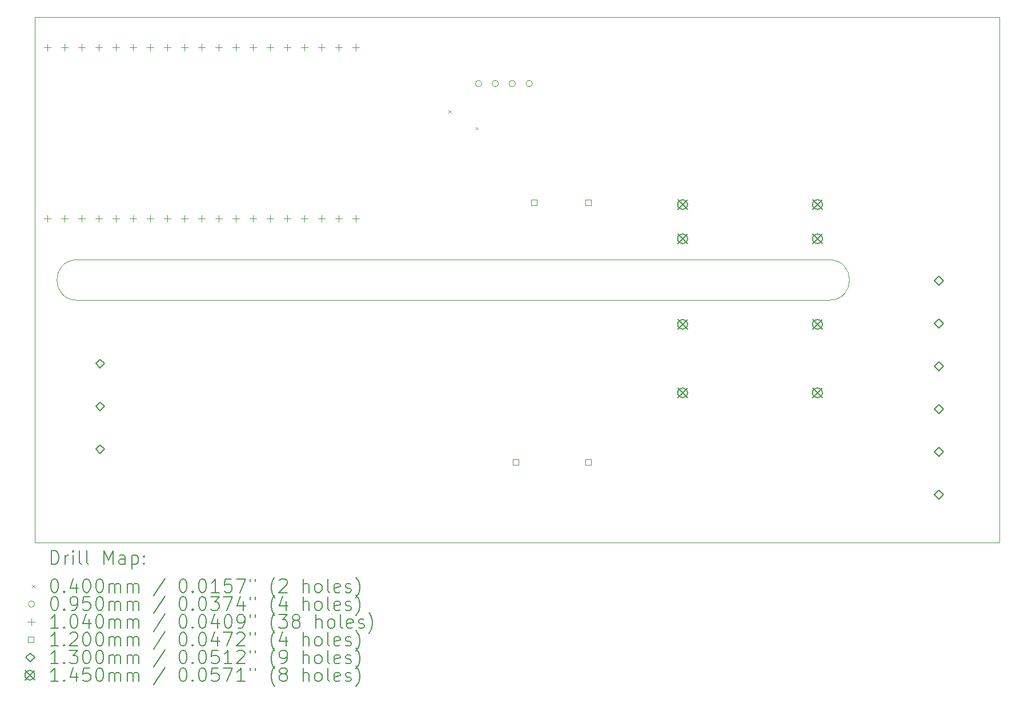
<source format=gbr>
%TF.GenerationSoftware,KiCad,Pcbnew,7.0.1*%
%TF.CreationDate,2023-05-13T00:12:18-05:00*%
%TF.ProjectId,sneksafe,736e616b-6574-4656-9d70-2e6b69636164,rev?*%
%TF.SameCoordinates,Original*%
%TF.FileFunction,Drillmap*%
%TF.FilePolarity,Positive*%
%FSLAX45Y45*%
G04 Gerber Fmt 4.5, Leading zero omitted, Abs format (unit mm)*
G04 Created by KiCad (PCBNEW 7.0.1) date 2023-05-13 00:12:18*
%MOMM*%
%LPD*%
G01*
G04 APERTURE LIST*
%ADD10C,0.100000*%
%ADD11C,0.200000*%
%ADD12C,0.040000*%
%ADD13C,0.095000*%
%ADD14C,0.104000*%
%ADD15C,0.120000*%
%ADD16C,0.130000*%
%ADD17C,0.145000*%
G04 APERTURE END LIST*
D10*
X8100000Y-6600000D02*
X22400000Y-6600000D01*
X19875000Y-10800000D02*
G75*
G03*
X19875000Y-10200000I0J300000D01*
G01*
X14600000Y-10800000D02*
X19875000Y-10800000D01*
X8100000Y-14400000D02*
X22400000Y-14400000D01*
X19875000Y-10200000D02*
X14600000Y-10200000D01*
X14600000Y-10200000D02*
X8725000Y-10200000D01*
X8725000Y-10800000D02*
X14600000Y-10800000D01*
X8100000Y-6600000D02*
X8100000Y-14400000D01*
X22400000Y-14400000D02*
X22400000Y-6700000D01*
X22400000Y-6600000D02*
X22400000Y-6700000D01*
X8725000Y-10200000D02*
G75*
G03*
X8725000Y-10800000I0J-300000D01*
G01*
D11*
D12*
X14230000Y-7980000D02*
X14270000Y-8020000D01*
X14270000Y-7980000D02*
X14230000Y-8020000D01*
X14630000Y-8230000D02*
X14670000Y-8270000D01*
X14670000Y-8230000D02*
X14630000Y-8270000D01*
D13*
X14722500Y-7585000D02*
G75*
G03*
X14722500Y-7585000I-47500J0D01*
G01*
X14972500Y-7585000D02*
G75*
G03*
X14972500Y-7585000I-47500J0D01*
G01*
X15222500Y-7585000D02*
G75*
G03*
X15222500Y-7585000I-47500J0D01*
G01*
X15472500Y-7585000D02*
G75*
G03*
X15472500Y-7585000I-47500J0D01*
G01*
D14*
X8284000Y-6998000D02*
X8284000Y-7102000D01*
X8232000Y-7050000D02*
X8336000Y-7050000D01*
X8284000Y-9538000D02*
X8284000Y-9642000D01*
X8232000Y-9590000D02*
X8336000Y-9590000D01*
X8538000Y-6998000D02*
X8538000Y-7102000D01*
X8486000Y-7050000D02*
X8590000Y-7050000D01*
X8538000Y-9538000D02*
X8538000Y-9642000D01*
X8486000Y-9590000D02*
X8590000Y-9590000D01*
X8792000Y-6998000D02*
X8792000Y-7102000D01*
X8740000Y-7050000D02*
X8844000Y-7050000D01*
X8792000Y-9538000D02*
X8792000Y-9642000D01*
X8740000Y-9590000D02*
X8844000Y-9590000D01*
X9046000Y-6998000D02*
X9046000Y-7102000D01*
X8994000Y-7050000D02*
X9098000Y-7050000D01*
X9046000Y-9538000D02*
X9046000Y-9642000D01*
X8994000Y-9590000D02*
X9098000Y-9590000D01*
X9300000Y-6998000D02*
X9300000Y-7102000D01*
X9248000Y-7050000D02*
X9352000Y-7050000D01*
X9300000Y-9538000D02*
X9300000Y-9642000D01*
X9248000Y-9590000D02*
X9352000Y-9590000D01*
X9554000Y-6998000D02*
X9554000Y-7102000D01*
X9502000Y-7050000D02*
X9606000Y-7050000D01*
X9554000Y-9538000D02*
X9554000Y-9642000D01*
X9502000Y-9590000D02*
X9606000Y-9590000D01*
X9808000Y-6998000D02*
X9808000Y-7102000D01*
X9756000Y-7050000D02*
X9860000Y-7050000D01*
X9808000Y-9538000D02*
X9808000Y-9642000D01*
X9756000Y-9590000D02*
X9860000Y-9590000D01*
X10062000Y-6998000D02*
X10062000Y-7102000D01*
X10010000Y-7050000D02*
X10114000Y-7050000D01*
X10062000Y-9538000D02*
X10062000Y-9642000D01*
X10010000Y-9590000D02*
X10114000Y-9590000D01*
X10316000Y-6998000D02*
X10316000Y-7102000D01*
X10264000Y-7050000D02*
X10368000Y-7050000D01*
X10316000Y-9538000D02*
X10316000Y-9642000D01*
X10264000Y-9590000D02*
X10368000Y-9590000D01*
X10570000Y-6998000D02*
X10570000Y-7102000D01*
X10518000Y-7050000D02*
X10622000Y-7050000D01*
X10570000Y-9538000D02*
X10570000Y-9642000D01*
X10518000Y-9590000D02*
X10622000Y-9590000D01*
X10824000Y-6998000D02*
X10824000Y-7102000D01*
X10772000Y-7050000D02*
X10876000Y-7050000D01*
X10824000Y-9538000D02*
X10824000Y-9642000D01*
X10772000Y-9590000D02*
X10876000Y-9590000D01*
X11078000Y-6998000D02*
X11078000Y-7102000D01*
X11026000Y-7050000D02*
X11130000Y-7050000D01*
X11078000Y-9538000D02*
X11078000Y-9642000D01*
X11026000Y-9590000D02*
X11130000Y-9590000D01*
X11332000Y-6998000D02*
X11332000Y-7102000D01*
X11280000Y-7050000D02*
X11384000Y-7050000D01*
X11332000Y-9538000D02*
X11332000Y-9642000D01*
X11280000Y-9590000D02*
X11384000Y-9590000D01*
X11586000Y-6998000D02*
X11586000Y-7102000D01*
X11534000Y-7050000D02*
X11638000Y-7050000D01*
X11586000Y-9538000D02*
X11586000Y-9642000D01*
X11534000Y-9590000D02*
X11638000Y-9590000D01*
X11840000Y-6998000D02*
X11840000Y-7102000D01*
X11788000Y-7050000D02*
X11892000Y-7050000D01*
X11840000Y-9538000D02*
X11840000Y-9642000D01*
X11788000Y-9590000D02*
X11892000Y-9590000D01*
X12094000Y-6998000D02*
X12094000Y-7102000D01*
X12042000Y-7050000D02*
X12146000Y-7050000D01*
X12094000Y-9538000D02*
X12094000Y-9642000D01*
X12042000Y-9590000D02*
X12146000Y-9590000D01*
X12348000Y-6998000D02*
X12348000Y-7102000D01*
X12296000Y-7050000D02*
X12400000Y-7050000D01*
X12348000Y-9538000D02*
X12348000Y-9642000D01*
X12296000Y-9590000D02*
X12400000Y-9590000D01*
X12602000Y-6998000D02*
X12602000Y-7102000D01*
X12550000Y-7050000D02*
X12654000Y-7050000D01*
X12602000Y-9538000D02*
X12602000Y-9642000D01*
X12550000Y-9590000D02*
X12654000Y-9590000D01*
X12856000Y-6998000D02*
X12856000Y-7102000D01*
X12804000Y-7050000D02*
X12908000Y-7050000D01*
X12856000Y-9538000D02*
X12856000Y-9642000D01*
X12804000Y-9590000D02*
X12908000Y-9590000D01*
D15*
X15267427Y-13242427D02*
X15267427Y-13157573D01*
X15182573Y-13157573D01*
X15182573Y-13242427D01*
X15267427Y-13242427D01*
X15542427Y-9392427D02*
X15542427Y-9307573D01*
X15457573Y-9307573D01*
X15457573Y-9392427D01*
X15542427Y-9392427D01*
X16342427Y-9392427D02*
X16342427Y-9307573D01*
X16257573Y-9307573D01*
X16257573Y-9392427D01*
X16342427Y-9392427D01*
X16342427Y-13242427D02*
X16342427Y-13157573D01*
X16257573Y-13157573D01*
X16257573Y-13242427D01*
X16342427Y-13242427D01*
D16*
X9065000Y-11804500D02*
X9130000Y-11739500D01*
X9065000Y-11674500D01*
X9000000Y-11739500D01*
X9065000Y-11804500D01*
X9065000Y-12439500D02*
X9130000Y-12374500D01*
X9065000Y-12309500D01*
X9000000Y-12374500D01*
X9065000Y-12439500D01*
X9065000Y-13074500D02*
X9130000Y-13009500D01*
X9065000Y-12944500D01*
X9000000Y-13009500D01*
X9065000Y-13074500D01*
X21500000Y-10575000D02*
X21565000Y-10510000D01*
X21500000Y-10445000D01*
X21435000Y-10510000D01*
X21500000Y-10575000D01*
X21500000Y-11210000D02*
X21565000Y-11145000D01*
X21500000Y-11080000D01*
X21435000Y-11145000D01*
X21500000Y-11210000D01*
X21500000Y-11845000D02*
X21565000Y-11780000D01*
X21500000Y-11715000D01*
X21435000Y-11780000D01*
X21500000Y-11845000D01*
X21500000Y-12480000D02*
X21565000Y-12415000D01*
X21500000Y-12350000D01*
X21435000Y-12415000D01*
X21500000Y-12480000D01*
X21500000Y-13115000D02*
X21565000Y-13050000D01*
X21500000Y-12985000D01*
X21435000Y-13050000D01*
X21500000Y-13115000D01*
X21500000Y-13750000D02*
X21565000Y-13685000D01*
X21500000Y-13620000D01*
X21435000Y-13685000D01*
X21500000Y-13750000D01*
D17*
X17627500Y-9307500D02*
X17772500Y-9452500D01*
X17772500Y-9307500D02*
X17627500Y-9452500D01*
X17772500Y-9380000D02*
G75*
G03*
X17772500Y-9380000I-72500J0D01*
G01*
X17627500Y-9815500D02*
X17772500Y-9960500D01*
X17772500Y-9815500D02*
X17627500Y-9960500D01*
X17772500Y-9888000D02*
G75*
G03*
X17772500Y-9888000I-72500J0D01*
G01*
X17627500Y-11085500D02*
X17772500Y-11230500D01*
X17772500Y-11085500D02*
X17627500Y-11230500D01*
X17772500Y-11158000D02*
G75*
G03*
X17772500Y-11158000I-72500J0D01*
G01*
X17627500Y-12101500D02*
X17772500Y-12246500D01*
X17772500Y-12101500D02*
X17627500Y-12246500D01*
X17772500Y-12174000D02*
G75*
G03*
X17772500Y-12174000I-72500J0D01*
G01*
X19627500Y-9307500D02*
X19772500Y-9452500D01*
X19772500Y-9307500D02*
X19627500Y-9452500D01*
X19772500Y-9380000D02*
G75*
G03*
X19772500Y-9380000I-72500J0D01*
G01*
X19627500Y-9815500D02*
X19772500Y-9960500D01*
X19772500Y-9815500D02*
X19627500Y-9960500D01*
X19772500Y-9888000D02*
G75*
G03*
X19772500Y-9888000I-72500J0D01*
G01*
X19627500Y-11085500D02*
X19772500Y-11230500D01*
X19772500Y-11085500D02*
X19627500Y-11230500D01*
X19772500Y-11158000D02*
G75*
G03*
X19772500Y-11158000I-72500J0D01*
G01*
X19627500Y-12101500D02*
X19772500Y-12246500D01*
X19772500Y-12101500D02*
X19627500Y-12246500D01*
X19772500Y-12174000D02*
G75*
G03*
X19772500Y-12174000I-72500J0D01*
G01*
D11*
X8342619Y-14717524D02*
X8342619Y-14517524D01*
X8342619Y-14517524D02*
X8390238Y-14517524D01*
X8390238Y-14517524D02*
X8418810Y-14527048D01*
X8418810Y-14527048D02*
X8437857Y-14546095D01*
X8437857Y-14546095D02*
X8447381Y-14565143D01*
X8447381Y-14565143D02*
X8456905Y-14603238D01*
X8456905Y-14603238D02*
X8456905Y-14631809D01*
X8456905Y-14631809D02*
X8447381Y-14669905D01*
X8447381Y-14669905D02*
X8437857Y-14688952D01*
X8437857Y-14688952D02*
X8418810Y-14708000D01*
X8418810Y-14708000D02*
X8390238Y-14717524D01*
X8390238Y-14717524D02*
X8342619Y-14717524D01*
X8542619Y-14717524D02*
X8542619Y-14584190D01*
X8542619Y-14622286D02*
X8552143Y-14603238D01*
X8552143Y-14603238D02*
X8561667Y-14593714D01*
X8561667Y-14593714D02*
X8580714Y-14584190D01*
X8580714Y-14584190D02*
X8599762Y-14584190D01*
X8666429Y-14717524D02*
X8666429Y-14584190D01*
X8666429Y-14517524D02*
X8656905Y-14527048D01*
X8656905Y-14527048D02*
X8666429Y-14536571D01*
X8666429Y-14536571D02*
X8675952Y-14527048D01*
X8675952Y-14527048D02*
X8666429Y-14517524D01*
X8666429Y-14517524D02*
X8666429Y-14536571D01*
X8790238Y-14717524D02*
X8771190Y-14708000D01*
X8771190Y-14708000D02*
X8761667Y-14688952D01*
X8761667Y-14688952D02*
X8761667Y-14517524D01*
X8895000Y-14717524D02*
X8875952Y-14708000D01*
X8875952Y-14708000D02*
X8866429Y-14688952D01*
X8866429Y-14688952D02*
X8866429Y-14517524D01*
X9123571Y-14717524D02*
X9123571Y-14517524D01*
X9123571Y-14517524D02*
X9190238Y-14660381D01*
X9190238Y-14660381D02*
X9256905Y-14517524D01*
X9256905Y-14517524D02*
X9256905Y-14717524D01*
X9437857Y-14717524D02*
X9437857Y-14612762D01*
X9437857Y-14612762D02*
X9428333Y-14593714D01*
X9428333Y-14593714D02*
X9409286Y-14584190D01*
X9409286Y-14584190D02*
X9371190Y-14584190D01*
X9371190Y-14584190D02*
X9352143Y-14593714D01*
X9437857Y-14708000D02*
X9418810Y-14717524D01*
X9418810Y-14717524D02*
X9371190Y-14717524D01*
X9371190Y-14717524D02*
X9352143Y-14708000D01*
X9352143Y-14708000D02*
X9342619Y-14688952D01*
X9342619Y-14688952D02*
X9342619Y-14669905D01*
X9342619Y-14669905D02*
X9352143Y-14650857D01*
X9352143Y-14650857D02*
X9371190Y-14641333D01*
X9371190Y-14641333D02*
X9418810Y-14641333D01*
X9418810Y-14641333D02*
X9437857Y-14631809D01*
X9533095Y-14584190D02*
X9533095Y-14784190D01*
X9533095Y-14593714D02*
X9552143Y-14584190D01*
X9552143Y-14584190D02*
X9590238Y-14584190D01*
X9590238Y-14584190D02*
X9609286Y-14593714D01*
X9609286Y-14593714D02*
X9618810Y-14603238D01*
X9618810Y-14603238D02*
X9628333Y-14622286D01*
X9628333Y-14622286D02*
X9628333Y-14679428D01*
X9628333Y-14679428D02*
X9618810Y-14698476D01*
X9618810Y-14698476D02*
X9609286Y-14708000D01*
X9609286Y-14708000D02*
X9590238Y-14717524D01*
X9590238Y-14717524D02*
X9552143Y-14717524D01*
X9552143Y-14717524D02*
X9533095Y-14708000D01*
X9714048Y-14698476D02*
X9723571Y-14708000D01*
X9723571Y-14708000D02*
X9714048Y-14717524D01*
X9714048Y-14717524D02*
X9704524Y-14708000D01*
X9704524Y-14708000D02*
X9714048Y-14698476D01*
X9714048Y-14698476D02*
X9714048Y-14717524D01*
X9714048Y-14593714D02*
X9723571Y-14603238D01*
X9723571Y-14603238D02*
X9714048Y-14612762D01*
X9714048Y-14612762D02*
X9704524Y-14603238D01*
X9704524Y-14603238D02*
X9714048Y-14593714D01*
X9714048Y-14593714D02*
X9714048Y-14612762D01*
D12*
X8055000Y-15025000D02*
X8095000Y-15065000D01*
X8095000Y-15025000D02*
X8055000Y-15065000D01*
D11*
X8380714Y-14937524D02*
X8399762Y-14937524D01*
X8399762Y-14937524D02*
X8418810Y-14947048D01*
X8418810Y-14947048D02*
X8428333Y-14956571D01*
X8428333Y-14956571D02*
X8437857Y-14975619D01*
X8437857Y-14975619D02*
X8447381Y-15013714D01*
X8447381Y-15013714D02*
X8447381Y-15061333D01*
X8447381Y-15061333D02*
X8437857Y-15099428D01*
X8437857Y-15099428D02*
X8428333Y-15118476D01*
X8428333Y-15118476D02*
X8418810Y-15128000D01*
X8418810Y-15128000D02*
X8399762Y-15137524D01*
X8399762Y-15137524D02*
X8380714Y-15137524D01*
X8380714Y-15137524D02*
X8361667Y-15128000D01*
X8361667Y-15128000D02*
X8352143Y-15118476D01*
X8352143Y-15118476D02*
X8342619Y-15099428D01*
X8342619Y-15099428D02*
X8333095Y-15061333D01*
X8333095Y-15061333D02*
X8333095Y-15013714D01*
X8333095Y-15013714D02*
X8342619Y-14975619D01*
X8342619Y-14975619D02*
X8352143Y-14956571D01*
X8352143Y-14956571D02*
X8361667Y-14947048D01*
X8361667Y-14947048D02*
X8380714Y-14937524D01*
X8533095Y-15118476D02*
X8542619Y-15128000D01*
X8542619Y-15128000D02*
X8533095Y-15137524D01*
X8533095Y-15137524D02*
X8523571Y-15128000D01*
X8523571Y-15128000D02*
X8533095Y-15118476D01*
X8533095Y-15118476D02*
X8533095Y-15137524D01*
X8714048Y-15004190D02*
X8714048Y-15137524D01*
X8666429Y-14928000D02*
X8618810Y-15070857D01*
X8618810Y-15070857D02*
X8742619Y-15070857D01*
X8856905Y-14937524D02*
X8875952Y-14937524D01*
X8875952Y-14937524D02*
X8895000Y-14947048D01*
X8895000Y-14947048D02*
X8904524Y-14956571D01*
X8904524Y-14956571D02*
X8914048Y-14975619D01*
X8914048Y-14975619D02*
X8923571Y-15013714D01*
X8923571Y-15013714D02*
X8923571Y-15061333D01*
X8923571Y-15061333D02*
X8914048Y-15099428D01*
X8914048Y-15099428D02*
X8904524Y-15118476D01*
X8904524Y-15118476D02*
X8895000Y-15128000D01*
X8895000Y-15128000D02*
X8875952Y-15137524D01*
X8875952Y-15137524D02*
X8856905Y-15137524D01*
X8856905Y-15137524D02*
X8837857Y-15128000D01*
X8837857Y-15128000D02*
X8828333Y-15118476D01*
X8828333Y-15118476D02*
X8818810Y-15099428D01*
X8818810Y-15099428D02*
X8809286Y-15061333D01*
X8809286Y-15061333D02*
X8809286Y-15013714D01*
X8809286Y-15013714D02*
X8818810Y-14975619D01*
X8818810Y-14975619D02*
X8828333Y-14956571D01*
X8828333Y-14956571D02*
X8837857Y-14947048D01*
X8837857Y-14947048D02*
X8856905Y-14937524D01*
X9047381Y-14937524D02*
X9066429Y-14937524D01*
X9066429Y-14937524D02*
X9085476Y-14947048D01*
X9085476Y-14947048D02*
X9095000Y-14956571D01*
X9095000Y-14956571D02*
X9104524Y-14975619D01*
X9104524Y-14975619D02*
X9114048Y-15013714D01*
X9114048Y-15013714D02*
X9114048Y-15061333D01*
X9114048Y-15061333D02*
X9104524Y-15099428D01*
X9104524Y-15099428D02*
X9095000Y-15118476D01*
X9095000Y-15118476D02*
X9085476Y-15128000D01*
X9085476Y-15128000D02*
X9066429Y-15137524D01*
X9066429Y-15137524D02*
X9047381Y-15137524D01*
X9047381Y-15137524D02*
X9028333Y-15128000D01*
X9028333Y-15128000D02*
X9018810Y-15118476D01*
X9018810Y-15118476D02*
X9009286Y-15099428D01*
X9009286Y-15099428D02*
X8999762Y-15061333D01*
X8999762Y-15061333D02*
X8999762Y-15013714D01*
X8999762Y-15013714D02*
X9009286Y-14975619D01*
X9009286Y-14975619D02*
X9018810Y-14956571D01*
X9018810Y-14956571D02*
X9028333Y-14947048D01*
X9028333Y-14947048D02*
X9047381Y-14937524D01*
X9199762Y-15137524D02*
X9199762Y-15004190D01*
X9199762Y-15023238D02*
X9209286Y-15013714D01*
X9209286Y-15013714D02*
X9228333Y-15004190D01*
X9228333Y-15004190D02*
X9256905Y-15004190D01*
X9256905Y-15004190D02*
X9275952Y-15013714D01*
X9275952Y-15013714D02*
X9285476Y-15032762D01*
X9285476Y-15032762D02*
X9285476Y-15137524D01*
X9285476Y-15032762D02*
X9295000Y-15013714D01*
X9295000Y-15013714D02*
X9314048Y-15004190D01*
X9314048Y-15004190D02*
X9342619Y-15004190D01*
X9342619Y-15004190D02*
X9361667Y-15013714D01*
X9361667Y-15013714D02*
X9371191Y-15032762D01*
X9371191Y-15032762D02*
X9371191Y-15137524D01*
X9466429Y-15137524D02*
X9466429Y-15004190D01*
X9466429Y-15023238D02*
X9475952Y-15013714D01*
X9475952Y-15013714D02*
X9495000Y-15004190D01*
X9495000Y-15004190D02*
X9523572Y-15004190D01*
X9523572Y-15004190D02*
X9542619Y-15013714D01*
X9542619Y-15013714D02*
X9552143Y-15032762D01*
X9552143Y-15032762D02*
X9552143Y-15137524D01*
X9552143Y-15032762D02*
X9561667Y-15013714D01*
X9561667Y-15013714D02*
X9580714Y-15004190D01*
X9580714Y-15004190D02*
X9609286Y-15004190D01*
X9609286Y-15004190D02*
X9628333Y-15013714D01*
X9628333Y-15013714D02*
X9637857Y-15032762D01*
X9637857Y-15032762D02*
X9637857Y-15137524D01*
X10028333Y-14928000D02*
X9856905Y-15185143D01*
X10285476Y-14937524D02*
X10304524Y-14937524D01*
X10304524Y-14937524D02*
X10323572Y-14947048D01*
X10323572Y-14947048D02*
X10333095Y-14956571D01*
X10333095Y-14956571D02*
X10342619Y-14975619D01*
X10342619Y-14975619D02*
X10352143Y-15013714D01*
X10352143Y-15013714D02*
X10352143Y-15061333D01*
X10352143Y-15061333D02*
X10342619Y-15099428D01*
X10342619Y-15099428D02*
X10333095Y-15118476D01*
X10333095Y-15118476D02*
X10323572Y-15128000D01*
X10323572Y-15128000D02*
X10304524Y-15137524D01*
X10304524Y-15137524D02*
X10285476Y-15137524D01*
X10285476Y-15137524D02*
X10266429Y-15128000D01*
X10266429Y-15128000D02*
X10256905Y-15118476D01*
X10256905Y-15118476D02*
X10247381Y-15099428D01*
X10247381Y-15099428D02*
X10237857Y-15061333D01*
X10237857Y-15061333D02*
X10237857Y-15013714D01*
X10237857Y-15013714D02*
X10247381Y-14975619D01*
X10247381Y-14975619D02*
X10256905Y-14956571D01*
X10256905Y-14956571D02*
X10266429Y-14947048D01*
X10266429Y-14947048D02*
X10285476Y-14937524D01*
X10437857Y-15118476D02*
X10447381Y-15128000D01*
X10447381Y-15128000D02*
X10437857Y-15137524D01*
X10437857Y-15137524D02*
X10428334Y-15128000D01*
X10428334Y-15128000D02*
X10437857Y-15118476D01*
X10437857Y-15118476D02*
X10437857Y-15137524D01*
X10571191Y-14937524D02*
X10590238Y-14937524D01*
X10590238Y-14937524D02*
X10609286Y-14947048D01*
X10609286Y-14947048D02*
X10618810Y-14956571D01*
X10618810Y-14956571D02*
X10628334Y-14975619D01*
X10628334Y-14975619D02*
X10637857Y-15013714D01*
X10637857Y-15013714D02*
X10637857Y-15061333D01*
X10637857Y-15061333D02*
X10628334Y-15099428D01*
X10628334Y-15099428D02*
X10618810Y-15118476D01*
X10618810Y-15118476D02*
X10609286Y-15128000D01*
X10609286Y-15128000D02*
X10590238Y-15137524D01*
X10590238Y-15137524D02*
X10571191Y-15137524D01*
X10571191Y-15137524D02*
X10552143Y-15128000D01*
X10552143Y-15128000D02*
X10542619Y-15118476D01*
X10542619Y-15118476D02*
X10533095Y-15099428D01*
X10533095Y-15099428D02*
X10523572Y-15061333D01*
X10523572Y-15061333D02*
X10523572Y-15013714D01*
X10523572Y-15013714D02*
X10533095Y-14975619D01*
X10533095Y-14975619D02*
X10542619Y-14956571D01*
X10542619Y-14956571D02*
X10552143Y-14947048D01*
X10552143Y-14947048D02*
X10571191Y-14937524D01*
X10828334Y-15137524D02*
X10714048Y-15137524D01*
X10771191Y-15137524D02*
X10771191Y-14937524D01*
X10771191Y-14937524D02*
X10752143Y-14966095D01*
X10752143Y-14966095D02*
X10733095Y-14985143D01*
X10733095Y-14985143D02*
X10714048Y-14994667D01*
X11009286Y-14937524D02*
X10914048Y-14937524D01*
X10914048Y-14937524D02*
X10904524Y-15032762D01*
X10904524Y-15032762D02*
X10914048Y-15023238D01*
X10914048Y-15023238D02*
X10933095Y-15013714D01*
X10933095Y-15013714D02*
X10980715Y-15013714D01*
X10980715Y-15013714D02*
X10999762Y-15023238D01*
X10999762Y-15023238D02*
X11009286Y-15032762D01*
X11009286Y-15032762D02*
X11018810Y-15051809D01*
X11018810Y-15051809D02*
X11018810Y-15099428D01*
X11018810Y-15099428D02*
X11009286Y-15118476D01*
X11009286Y-15118476D02*
X10999762Y-15128000D01*
X10999762Y-15128000D02*
X10980715Y-15137524D01*
X10980715Y-15137524D02*
X10933095Y-15137524D01*
X10933095Y-15137524D02*
X10914048Y-15128000D01*
X10914048Y-15128000D02*
X10904524Y-15118476D01*
X11085476Y-14937524D02*
X11218810Y-14937524D01*
X11218810Y-14937524D02*
X11133095Y-15137524D01*
X11285476Y-14937524D02*
X11285476Y-14975619D01*
X11361667Y-14937524D02*
X11361667Y-14975619D01*
X11656905Y-15213714D02*
X11647381Y-15204190D01*
X11647381Y-15204190D02*
X11628334Y-15175619D01*
X11628334Y-15175619D02*
X11618810Y-15156571D01*
X11618810Y-15156571D02*
X11609286Y-15128000D01*
X11609286Y-15128000D02*
X11599762Y-15080381D01*
X11599762Y-15080381D02*
X11599762Y-15042286D01*
X11599762Y-15042286D02*
X11609286Y-14994667D01*
X11609286Y-14994667D02*
X11618810Y-14966095D01*
X11618810Y-14966095D02*
X11628334Y-14947048D01*
X11628334Y-14947048D02*
X11647381Y-14918476D01*
X11647381Y-14918476D02*
X11656905Y-14908952D01*
X11723572Y-14956571D02*
X11733095Y-14947048D01*
X11733095Y-14947048D02*
X11752143Y-14937524D01*
X11752143Y-14937524D02*
X11799762Y-14937524D01*
X11799762Y-14937524D02*
X11818810Y-14947048D01*
X11818810Y-14947048D02*
X11828334Y-14956571D01*
X11828334Y-14956571D02*
X11837857Y-14975619D01*
X11837857Y-14975619D02*
X11837857Y-14994667D01*
X11837857Y-14994667D02*
X11828334Y-15023238D01*
X11828334Y-15023238D02*
X11714048Y-15137524D01*
X11714048Y-15137524D02*
X11837857Y-15137524D01*
X12075953Y-15137524D02*
X12075953Y-14937524D01*
X12161667Y-15137524D02*
X12161667Y-15032762D01*
X12161667Y-15032762D02*
X12152143Y-15013714D01*
X12152143Y-15013714D02*
X12133096Y-15004190D01*
X12133096Y-15004190D02*
X12104524Y-15004190D01*
X12104524Y-15004190D02*
X12085476Y-15013714D01*
X12085476Y-15013714D02*
X12075953Y-15023238D01*
X12285476Y-15137524D02*
X12266429Y-15128000D01*
X12266429Y-15128000D02*
X12256905Y-15118476D01*
X12256905Y-15118476D02*
X12247381Y-15099428D01*
X12247381Y-15099428D02*
X12247381Y-15042286D01*
X12247381Y-15042286D02*
X12256905Y-15023238D01*
X12256905Y-15023238D02*
X12266429Y-15013714D01*
X12266429Y-15013714D02*
X12285476Y-15004190D01*
X12285476Y-15004190D02*
X12314048Y-15004190D01*
X12314048Y-15004190D02*
X12333096Y-15013714D01*
X12333096Y-15013714D02*
X12342619Y-15023238D01*
X12342619Y-15023238D02*
X12352143Y-15042286D01*
X12352143Y-15042286D02*
X12352143Y-15099428D01*
X12352143Y-15099428D02*
X12342619Y-15118476D01*
X12342619Y-15118476D02*
X12333096Y-15128000D01*
X12333096Y-15128000D02*
X12314048Y-15137524D01*
X12314048Y-15137524D02*
X12285476Y-15137524D01*
X12466429Y-15137524D02*
X12447381Y-15128000D01*
X12447381Y-15128000D02*
X12437857Y-15108952D01*
X12437857Y-15108952D02*
X12437857Y-14937524D01*
X12618810Y-15128000D02*
X12599762Y-15137524D01*
X12599762Y-15137524D02*
X12561667Y-15137524D01*
X12561667Y-15137524D02*
X12542619Y-15128000D01*
X12542619Y-15128000D02*
X12533096Y-15108952D01*
X12533096Y-15108952D02*
X12533096Y-15032762D01*
X12533096Y-15032762D02*
X12542619Y-15013714D01*
X12542619Y-15013714D02*
X12561667Y-15004190D01*
X12561667Y-15004190D02*
X12599762Y-15004190D01*
X12599762Y-15004190D02*
X12618810Y-15013714D01*
X12618810Y-15013714D02*
X12628334Y-15032762D01*
X12628334Y-15032762D02*
X12628334Y-15051809D01*
X12628334Y-15051809D02*
X12533096Y-15070857D01*
X12704524Y-15128000D02*
X12723572Y-15137524D01*
X12723572Y-15137524D02*
X12761667Y-15137524D01*
X12761667Y-15137524D02*
X12780715Y-15128000D01*
X12780715Y-15128000D02*
X12790238Y-15108952D01*
X12790238Y-15108952D02*
X12790238Y-15099428D01*
X12790238Y-15099428D02*
X12780715Y-15080381D01*
X12780715Y-15080381D02*
X12761667Y-15070857D01*
X12761667Y-15070857D02*
X12733096Y-15070857D01*
X12733096Y-15070857D02*
X12714048Y-15061333D01*
X12714048Y-15061333D02*
X12704524Y-15042286D01*
X12704524Y-15042286D02*
X12704524Y-15032762D01*
X12704524Y-15032762D02*
X12714048Y-15013714D01*
X12714048Y-15013714D02*
X12733096Y-15004190D01*
X12733096Y-15004190D02*
X12761667Y-15004190D01*
X12761667Y-15004190D02*
X12780715Y-15013714D01*
X12856905Y-15213714D02*
X12866429Y-15204190D01*
X12866429Y-15204190D02*
X12885477Y-15175619D01*
X12885477Y-15175619D02*
X12895000Y-15156571D01*
X12895000Y-15156571D02*
X12904524Y-15128000D01*
X12904524Y-15128000D02*
X12914048Y-15080381D01*
X12914048Y-15080381D02*
X12914048Y-15042286D01*
X12914048Y-15042286D02*
X12904524Y-14994667D01*
X12904524Y-14994667D02*
X12895000Y-14966095D01*
X12895000Y-14966095D02*
X12885477Y-14947048D01*
X12885477Y-14947048D02*
X12866429Y-14918476D01*
X12866429Y-14918476D02*
X12856905Y-14908952D01*
D13*
X8095000Y-15309000D02*
G75*
G03*
X8095000Y-15309000I-47500J0D01*
G01*
D11*
X8380714Y-15201524D02*
X8399762Y-15201524D01*
X8399762Y-15201524D02*
X8418810Y-15211048D01*
X8418810Y-15211048D02*
X8428333Y-15220571D01*
X8428333Y-15220571D02*
X8437857Y-15239619D01*
X8437857Y-15239619D02*
X8447381Y-15277714D01*
X8447381Y-15277714D02*
X8447381Y-15325333D01*
X8447381Y-15325333D02*
X8437857Y-15363428D01*
X8437857Y-15363428D02*
X8428333Y-15382476D01*
X8428333Y-15382476D02*
X8418810Y-15392000D01*
X8418810Y-15392000D02*
X8399762Y-15401524D01*
X8399762Y-15401524D02*
X8380714Y-15401524D01*
X8380714Y-15401524D02*
X8361667Y-15392000D01*
X8361667Y-15392000D02*
X8352143Y-15382476D01*
X8352143Y-15382476D02*
X8342619Y-15363428D01*
X8342619Y-15363428D02*
X8333095Y-15325333D01*
X8333095Y-15325333D02*
X8333095Y-15277714D01*
X8333095Y-15277714D02*
X8342619Y-15239619D01*
X8342619Y-15239619D02*
X8352143Y-15220571D01*
X8352143Y-15220571D02*
X8361667Y-15211048D01*
X8361667Y-15211048D02*
X8380714Y-15201524D01*
X8533095Y-15382476D02*
X8542619Y-15392000D01*
X8542619Y-15392000D02*
X8533095Y-15401524D01*
X8533095Y-15401524D02*
X8523571Y-15392000D01*
X8523571Y-15392000D02*
X8533095Y-15382476D01*
X8533095Y-15382476D02*
X8533095Y-15401524D01*
X8637857Y-15401524D02*
X8675952Y-15401524D01*
X8675952Y-15401524D02*
X8695000Y-15392000D01*
X8695000Y-15392000D02*
X8704524Y-15382476D01*
X8704524Y-15382476D02*
X8723571Y-15353905D01*
X8723571Y-15353905D02*
X8733095Y-15315809D01*
X8733095Y-15315809D02*
X8733095Y-15239619D01*
X8733095Y-15239619D02*
X8723571Y-15220571D01*
X8723571Y-15220571D02*
X8714048Y-15211048D01*
X8714048Y-15211048D02*
X8695000Y-15201524D01*
X8695000Y-15201524D02*
X8656905Y-15201524D01*
X8656905Y-15201524D02*
X8637857Y-15211048D01*
X8637857Y-15211048D02*
X8628333Y-15220571D01*
X8628333Y-15220571D02*
X8618810Y-15239619D01*
X8618810Y-15239619D02*
X8618810Y-15287238D01*
X8618810Y-15287238D02*
X8628333Y-15306286D01*
X8628333Y-15306286D02*
X8637857Y-15315809D01*
X8637857Y-15315809D02*
X8656905Y-15325333D01*
X8656905Y-15325333D02*
X8695000Y-15325333D01*
X8695000Y-15325333D02*
X8714048Y-15315809D01*
X8714048Y-15315809D02*
X8723571Y-15306286D01*
X8723571Y-15306286D02*
X8733095Y-15287238D01*
X8914048Y-15201524D02*
X8818810Y-15201524D01*
X8818810Y-15201524D02*
X8809286Y-15296762D01*
X8809286Y-15296762D02*
X8818810Y-15287238D01*
X8818810Y-15287238D02*
X8837857Y-15277714D01*
X8837857Y-15277714D02*
X8885476Y-15277714D01*
X8885476Y-15277714D02*
X8904524Y-15287238D01*
X8904524Y-15287238D02*
X8914048Y-15296762D01*
X8914048Y-15296762D02*
X8923571Y-15315809D01*
X8923571Y-15315809D02*
X8923571Y-15363428D01*
X8923571Y-15363428D02*
X8914048Y-15382476D01*
X8914048Y-15382476D02*
X8904524Y-15392000D01*
X8904524Y-15392000D02*
X8885476Y-15401524D01*
X8885476Y-15401524D02*
X8837857Y-15401524D01*
X8837857Y-15401524D02*
X8818810Y-15392000D01*
X8818810Y-15392000D02*
X8809286Y-15382476D01*
X9047381Y-15201524D02*
X9066429Y-15201524D01*
X9066429Y-15201524D02*
X9085476Y-15211048D01*
X9085476Y-15211048D02*
X9095000Y-15220571D01*
X9095000Y-15220571D02*
X9104524Y-15239619D01*
X9104524Y-15239619D02*
X9114048Y-15277714D01*
X9114048Y-15277714D02*
X9114048Y-15325333D01*
X9114048Y-15325333D02*
X9104524Y-15363428D01*
X9104524Y-15363428D02*
X9095000Y-15382476D01*
X9095000Y-15382476D02*
X9085476Y-15392000D01*
X9085476Y-15392000D02*
X9066429Y-15401524D01*
X9066429Y-15401524D02*
X9047381Y-15401524D01*
X9047381Y-15401524D02*
X9028333Y-15392000D01*
X9028333Y-15392000D02*
X9018810Y-15382476D01*
X9018810Y-15382476D02*
X9009286Y-15363428D01*
X9009286Y-15363428D02*
X8999762Y-15325333D01*
X8999762Y-15325333D02*
X8999762Y-15277714D01*
X8999762Y-15277714D02*
X9009286Y-15239619D01*
X9009286Y-15239619D02*
X9018810Y-15220571D01*
X9018810Y-15220571D02*
X9028333Y-15211048D01*
X9028333Y-15211048D02*
X9047381Y-15201524D01*
X9199762Y-15401524D02*
X9199762Y-15268190D01*
X9199762Y-15287238D02*
X9209286Y-15277714D01*
X9209286Y-15277714D02*
X9228333Y-15268190D01*
X9228333Y-15268190D02*
X9256905Y-15268190D01*
X9256905Y-15268190D02*
X9275952Y-15277714D01*
X9275952Y-15277714D02*
X9285476Y-15296762D01*
X9285476Y-15296762D02*
X9285476Y-15401524D01*
X9285476Y-15296762D02*
X9295000Y-15277714D01*
X9295000Y-15277714D02*
X9314048Y-15268190D01*
X9314048Y-15268190D02*
X9342619Y-15268190D01*
X9342619Y-15268190D02*
X9361667Y-15277714D01*
X9361667Y-15277714D02*
X9371191Y-15296762D01*
X9371191Y-15296762D02*
X9371191Y-15401524D01*
X9466429Y-15401524D02*
X9466429Y-15268190D01*
X9466429Y-15287238D02*
X9475952Y-15277714D01*
X9475952Y-15277714D02*
X9495000Y-15268190D01*
X9495000Y-15268190D02*
X9523572Y-15268190D01*
X9523572Y-15268190D02*
X9542619Y-15277714D01*
X9542619Y-15277714D02*
X9552143Y-15296762D01*
X9552143Y-15296762D02*
X9552143Y-15401524D01*
X9552143Y-15296762D02*
X9561667Y-15277714D01*
X9561667Y-15277714D02*
X9580714Y-15268190D01*
X9580714Y-15268190D02*
X9609286Y-15268190D01*
X9609286Y-15268190D02*
X9628333Y-15277714D01*
X9628333Y-15277714D02*
X9637857Y-15296762D01*
X9637857Y-15296762D02*
X9637857Y-15401524D01*
X10028333Y-15192000D02*
X9856905Y-15449143D01*
X10285476Y-15201524D02*
X10304524Y-15201524D01*
X10304524Y-15201524D02*
X10323572Y-15211048D01*
X10323572Y-15211048D02*
X10333095Y-15220571D01*
X10333095Y-15220571D02*
X10342619Y-15239619D01*
X10342619Y-15239619D02*
X10352143Y-15277714D01*
X10352143Y-15277714D02*
X10352143Y-15325333D01*
X10352143Y-15325333D02*
X10342619Y-15363428D01*
X10342619Y-15363428D02*
X10333095Y-15382476D01*
X10333095Y-15382476D02*
X10323572Y-15392000D01*
X10323572Y-15392000D02*
X10304524Y-15401524D01*
X10304524Y-15401524D02*
X10285476Y-15401524D01*
X10285476Y-15401524D02*
X10266429Y-15392000D01*
X10266429Y-15392000D02*
X10256905Y-15382476D01*
X10256905Y-15382476D02*
X10247381Y-15363428D01*
X10247381Y-15363428D02*
X10237857Y-15325333D01*
X10237857Y-15325333D02*
X10237857Y-15277714D01*
X10237857Y-15277714D02*
X10247381Y-15239619D01*
X10247381Y-15239619D02*
X10256905Y-15220571D01*
X10256905Y-15220571D02*
X10266429Y-15211048D01*
X10266429Y-15211048D02*
X10285476Y-15201524D01*
X10437857Y-15382476D02*
X10447381Y-15392000D01*
X10447381Y-15392000D02*
X10437857Y-15401524D01*
X10437857Y-15401524D02*
X10428334Y-15392000D01*
X10428334Y-15392000D02*
X10437857Y-15382476D01*
X10437857Y-15382476D02*
X10437857Y-15401524D01*
X10571191Y-15201524D02*
X10590238Y-15201524D01*
X10590238Y-15201524D02*
X10609286Y-15211048D01*
X10609286Y-15211048D02*
X10618810Y-15220571D01*
X10618810Y-15220571D02*
X10628334Y-15239619D01*
X10628334Y-15239619D02*
X10637857Y-15277714D01*
X10637857Y-15277714D02*
X10637857Y-15325333D01*
X10637857Y-15325333D02*
X10628334Y-15363428D01*
X10628334Y-15363428D02*
X10618810Y-15382476D01*
X10618810Y-15382476D02*
X10609286Y-15392000D01*
X10609286Y-15392000D02*
X10590238Y-15401524D01*
X10590238Y-15401524D02*
X10571191Y-15401524D01*
X10571191Y-15401524D02*
X10552143Y-15392000D01*
X10552143Y-15392000D02*
X10542619Y-15382476D01*
X10542619Y-15382476D02*
X10533095Y-15363428D01*
X10533095Y-15363428D02*
X10523572Y-15325333D01*
X10523572Y-15325333D02*
X10523572Y-15277714D01*
X10523572Y-15277714D02*
X10533095Y-15239619D01*
X10533095Y-15239619D02*
X10542619Y-15220571D01*
X10542619Y-15220571D02*
X10552143Y-15211048D01*
X10552143Y-15211048D02*
X10571191Y-15201524D01*
X10704524Y-15201524D02*
X10828334Y-15201524D01*
X10828334Y-15201524D02*
X10761667Y-15277714D01*
X10761667Y-15277714D02*
X10790238Y-15277714D01*
X10790238Y-15277714D02*
X10809286Y-15287238D01*
X10809286Y-15287238D02*
X10818810Y-15296762D01*
X10818810Y-15296762D02*
X10828334Y-15315809D01*
X10828334Y-15315809D02*
X10828334Y-15363428D01*
X10828334Y-15363428D02*
X10818810Y-15382476D01*
X10818810Y-15382476D02*
X10809286Y-15392000D01*
X10809286Y-15392000D02*
X10790238Y-15401524D01*
X10790238Y-15401524D02*
X10733095Y-15401524D01*
X10733095Y-15401524D02*
X10714048Y-15392000D01*
X10714048Y-15392000D02*
X10704524Y-15382476D01*
X10895000Y-15201524D02*
X11028334Y-15201524D01*
X11028334Y-15201524D02*
X10942619Y-15401524D01*
X11190238Y-15268190D02*
X11190238Y-15401524D01*
X11142619Y-15192000D02*
X11095000Y-15334857D01*
X11095000Y-15334857D02*
X11218810Y-15334857D01*
X11285476Y-15201524D02*
X11285476Y-15239619D01*
X11361667Y-15201524D02*
X11361667Y-15239619D01*
X11656905Y-15477714D02*
X11647381Y-15468190D01*
X11647381Y-15468190D02*
X11628334Y-15439619D01*
X11628334Y-15439619D02*
X11618810Y-15420571D01*
X11618810Y-15420571D02*
X11609286Y-15392000D01*
X11609286Y-15392000D02*
X11599762Y-15344381D01*
X11599762Y-15344381D02*
X11599762Y-15306286D01*
X11599762Y-15306286D02*
X11609286Y-15258667D01*
X11609286Y-15258667D02*
X11618810Y-15230095D01*
X11618810Y-15230095D02*
X11628334Y-15211048D01*
X11628334Y-15211048D02*
X11647381Y-15182476D01*
X11647381Y-15182476D02*
X11656905Y-15172952D01*
X11818810Y-15268190D02*
X11818810Y-15401524D01*
X11771191Y-15192000D02*
X11723572Y-15334857D01*
X11723572Y-15334857D02*
X11847381Y-15334857D01*
X12075953Y-15401524D02*
X12075953Y-15201524D01*
X12161667Y-15401524D02*
X12161667Y-15296762D01*
X12161667Y-15296762D02*
X12152143Y-15277714D01*
X12152143Y-15277714D02*
X12133096Y-15268190D01*
X12133096Y-15268190D02*
X12104524Y-15268190D01*
X12104524Y-15268190D02*
X12085476Y-15277714D01*
X12085476Y-15277714D02*
X12075953Y-15287238D01*
X12285476Y-15401524D02*
X12266429Y-15392000D01*
X12266429Y-15392000D02*
X12256905Y-15382476D01*
X12256905Y-15382476D02*
X12247381Y-15363428D01*
X12247381Y-15363428D02*
X12247381Y-15306286D01*
X12247381Y-15306286D02*
X12256905Y-15287238D01*
X12256905Y-15287238D02*
X12266429Y-15277714D01*
X12266429Y-15277714D02*
X12285476Y-15268190D01*
X12285476Y-15268190D02*
X12314048Y-15268190D01*
X12314048Y-15268190D02*
X12333096Y-15277714D01*
X12333096Y-15277714D02*
X12342619Y-15287238D01*
X12342619Y-15287238D02*
X12352143Y-15306286D01*
X12352143Y-15306286D02*
X12352143Y-15363428D01*
X12352143Y-15363428D02*
X12342619Y-15382476D01*
X12342619Y-15382476D02*
X12333096Y-15392000D01*
X12333096Y-15392000D02*
X12314048Y-15401524D01*
X12314048Y-15401524D02*
X12285476Y-15401524D01*
X12466429Y-15401524D02*
X12447381Y-15392000D01*
X12447381Y-15392000D02*
X12437857Y-15372952D01*
X12437857Y-15372952D02*
X12437857Y-15201524D01*
X12618810Y-15392000D02*
X12599762Y-15401524D01*
X12599762Y-15401524D02*
X12561667Y-15401524D01*
X12561667Y-15401524D02*
X12542619Y-15392000D01*
X12542619Y-15392000D02*
X12533096Y-15372952D01*
X12533096Y-15372952D02*
X12533096Y-15296762D01*
X12533096Y-15296762D02*
X12542619Y-15277714D01*
X12542619Y-15277714D02*
X12561667Y-15268190D01*
X12561667Y-15268190D02*
X12599762Y-15268190D01*
X12599762Y-15268190D02*
X12618810Y-15277714D01*
X12618810Y-15277714D02*
X12628334Y-15296762D01*
X12628334Y-15296762D02*
X12628334Y-15315809D01*
X12628334Y-15315809D02*
X12533096Y-15334857D01*
X12704524Y-15392000D02*
X12723572Y-15401524D01*
X12723572Y-15401524D02*
X12761667Y-15401524D01*
X12761667Y-15401524D02*
X12780715Y-15392000D01*
X12780715Y-15392000D02*
X12790238Y-15372952D01*
X12790238Y-15372952D02*
X12790238Y-15363428D01*
X12790238Y-15363428D02*
X12780715Y-15344381D01*
X12780715Y-15344381D02*
X12761667Y-15334857D01*
X12761667Y-15334857D02*
X12733096Y-15334857D01*
X12733096Y-15334857D02*
X12714048Y-15325333D01*
X12714048Y-15325333D02*
X12704524Y-15306286D01*
X12704524Y-15306286D02*
X12704524Y-15296762D01*
X12704524Y-15296762D02*
X12714048Y-15277714D01*
X12714048Y-15277714D02*
X12733096Y-15268190D01*
X12733096Y-15268190D02*
X12761667Y-15268190D01*
X12761667Y-15268190D02*
X12780715Y-15277714D01*
X12856905Y-15477714D02*
X12866429Y-15468190D01*
X12866429Y-15468190D02*
X12885477Y-15439619D01*
X12885477Y-15439619D02*
X12895000Y-15420571D01*
X12895000Y-15420571D02*
X12904524Y-15392000D01*
X12904524Y-15392000D02*
X12914048Y-15344381D01*
X12914048Y-15344381D02*
X12914048Y-15306286D01*
X12914048Y-15306286D02*
X12904524Y-15258667D01*
X12904524Y-15258667D02*
X12895000Y-15230095D01*
X12895000Y-15230095D02*
X12885477Y-15211048D01*
X12885477Y-15211048D02*
X12866429Y-15182476D01*
X12866429Y-15182476D02*
X12856905Y-15172952D01*
D14*
X8043000Y-15521000D02*
X8043000Y-15625000D01*
X7991000Y-15573000D02*
X8095000Y-15573000D01*
D11*
X8447381Y-15665524D02*
X8333095Y-15665524D01*
X8390238Y-15665524D02*
X8390238Y-15465524D01*
X8390238Y-15465524D02*
X8371190Y-15494095D01*
X8371190Y-15494095D02*
X8352143Y-15513143D01*
X8352143Y-15513143D02*
X8333095Y-15522667D01*
X8533095Y-15646476D02*
X8542619Y-15656000D01*
X8542619Y-15656000D02*
X8533095Y-15665524D01*
X8533095Y-15665524D02*
X8523571Y-15656000D01*
X8523571Y-15656000D02*
X8533095Y-15646476D01*
X8533095Y-15646476D02*
X8533095Y-15665524D01*
X8666429Y-15465524D02*
X8685476Y-15465524D01*
X8685476Y-15465524D02*
X8704524Y-15475048D01*
X8704524Y-15475048D02*
X8714048Y-15484571D01*
X8714048Y-15484571D02*
X8723571Y-15503619D01*
X8723571Y-15503619D02*
X8733095Y-15541714D01*
X8733095Y-15541714D02*
X8733095Y-15589333D01*
X8733095Y-15589333D02*
X8723571Y-15627428D01*
X8723571Y-15627428D02*
X8714048Y-15646476D01*
X8714048Y-15646476D02*
X8704524Y-15656000D01*
X8704524Y-15656000D02*
X8685476Y-15665524D01*
X8685476Y-15665524D02*
X8666429Y-15665524D01*
X8666429Y-15665524D02*
X8647381Y-15656000D01*
X8647381Y-15656000D02*
X8637857Y-15646476D01*
X8637857Y-15646476D02*
X8628333Y-15627428D01*
X8628333Y-15627428D02*
X8618810Y-15589333D01*
X8618810Y-15589333D02*
X8618810Y-15541714D01*
X8618810Y-15541714D02*
X8628333Y-15503619D01*
X8628333Y-15503619D02*
X8637857Y-15484571D01*
X8637857Y-15484571D02*
X8647381Y-15475048D01*
X8647381Y-15475048D02*
X8666429Y-15465524D01*
X8904524Y-15532190D02*
X8904524Y-15665524D01*
X8856905Y-15456000D02*
X8809286Y-15598857D01*
X8809286Y-15598857D02*
X8933095Y-15598857D01*
X9047381Y-15465524D02*
X9066429Y-15465524D01*
X9066429Y-15465524D02*
X9085476Y-15475048D01*
X9085476Y-15475048D02*
X9095000Y-15484571D01*
X9095000Y-15484571D02*
X9104524Y-15503619D01*
X9104524Y-15503619D02*
X9114048Y-15541714D01*
X9114048Y-15541714D02*
X9114048Y-15589333D01*
X9114048Y-15589333D02*
X9104524Y-15627428D01*
X9104524Y-15627428D02*
X9095000Y-15646476D01*
X9095000Y-15646476D02*
X9085476Y-15656000D01*
X9085476Y-15656000D02*
X9066429Y-15665524D01*
X9066429Y-15665524D02*
X9047381Y-15665524D01*
X9047381Y-15665524D02*
X9028333Y-15656000D01*
X9028333Y-15656000D02*
X9018810Y-15646476D01*
X9018810Y-15646476D02*
X9009286Y-15627428D01*
X9009286Y-15627428D02*
X8999762Y-15589333D01*
X8999762Y-15589333D02*
X8999762Y-15541714D01*
X8999762Y-15541714D02*
X9009286Y-15503619D01*
X9009286Y-15503619D02*
X9018810Y-15484571D01*
X9018810Y-15484571D02*
X9028333Y-15475048D01*
X9028333Y-15475048D02*
X9047381Y-15465524D01*
X9199762Y-15665524D02*
X9199762Y-15532190D01*
X9199762Y-15551238D02*
X9209286Y-15541714D01*
X9209286Y-15541714D02*
X9228333Y-15532190D01*
X9228333Y-15532190D02*
X9256905Y-15532190D01*
X9256905Y-15532190D02*
X9275952Y-15541714D01*
X9275952Y-15541714D02*
X9285476Y-15560762D01*
X9285476Y-15560762D02*
X9285476Y-15665524D01*
X9285476Y-15560762D02*
X9295000Y-15541714D01*
X9295000Y-15541714D02*
X9314048Y-15532190D01*
X9314048Y-15532190D02*
X9342619Y-15532190D01*
X9342619Y-15532190D02*
X9361667Y-15541714D01*
X9361667Y-15541714D02*
X9371191Y-15560762D01*
X9371191Y-15560762D02*
X9371191Y-15665524D01*
X9466429Y-15665524D02*
X9466429Y-15532190D01*
X9466429Y-15551238D02*
X9475952Y-15541714D01*
X9475952Y-15541714D02*
X9495000Y-15532190D01*
X9495000Y-15532190D02*
X9523572Y-15532190D01*
X9523572Y-15532190D02*
X9542619Y-15541714D01*
X9542619Y-15541714D02*
X9552143Y-15560762D01*
X9552143Y-15560762D02*
X9552143Y-15665524D01*
X9552143Y-15560762D02*
X9561667Y-15541714D01*
X9561667Y-15541714D02*
X9580714Y-15532190D01*
X9580714Y-15532190D02*
X9609286Y-15532190D01*
X9609286Y-15532190D02*
X9628333Y-15541714D01*
X9628333Y-15541714D02*
X9637857Y-15560762D01*
X9637857Y-15560762D02*
X9637857Y-15665524D01*
X10028333Y-15456000D02*
X9856905Y-15713143D01*
X10285476Y-15465524D02*
X10304524Y-15465524D01*
X10304524Y-15465524D02*
X10323572Y-15475048D01*
X10323572Y-15475048D02*
X10333095Y-15484571D01*
X10333095Y-15484571D02*
X10342619Y-15503619D01*
X10342619Y-15503619D02*
X10352143Y-15541714D01*
X10352143Y-15541714D02*
X10352143Y-15589333D01*
X10352143Y-15589333D02*
X10342619Y-15627428D01*
X10342619Y-15627428D02*
X10333095Y-15646476D01*
X10333095Y-15646476D02*
X10323572Y-15656000D01*
X10323572Y-15656000D02*
X10304524Y-15665524D01*
X10304524Y-15665524D02*
X10285476Y-15665524D01*
X10285476Y-15665524D02*
X10266429Y-15656000D01*
X10266429Y-15656000D02*
X10256905Y-15646476D01*
X10256905Y-15646476D02*
X10247381Y-15627428D01*
X10247381Y-15627428D02*
X10237857Y-15589333D01*
X10237857Y-15589333D02*
X10237857Y-15541714D01*
X10237857Y-15541714D02*
X10247381Y-15503619D01*
X10247381Y-15503619D02*
X10256905Y-15484571D01*
X10256905Y-15484571D02*
X10266429Y-15475048D01*
X10266429Y-15475048D02*
X10285476Y-15465524D01*
X10437857Y-15646476D02*
X10447381Y-15656000D01*
X10447381Y-15656000D02*
X10437857Y-15665524D01*
X10437857Y-15665524D02*
X10428334Y-15656000D01*
X10428334Y-15656000D02*
X10437857Y-15646476D01*
X10437857Y-15646476D02*
X10437857Y-15665524D01*
X10571191Y-15465524D02*
X10590238Y-15465524D01*
X10590238Y-15465524D02*
X10609286Y-15475048D01*
X10609286Y-15475048D02*
X10618810Y-15484571D01*
X10618810Y-15484571D02*
X10628334Y-15503619D01*
X10628334Y-15503619D02*
X10637857Y-15541714D01*
X10637857Y-15541714D02*
X10637857Y-15589333D01*
X10637857Y-15589333D02*
X10628334Y-15627428D01*
X10628334Y-15627428D02*
X10618810Y-15646476D01*
X10618810Y-15646476D02*
X10609286Y-15656000D01*
X10609286Y-15656000D02*
X10590238Y-15665524D01*
X10590238Y-15665524D02*
X10571191Y-15665524D01*
X10571191Y-15665524D02*
X10552143Y-15656000D01*
X10552143Y-15656000D02*
X10542619Y-15646476D01*
X10542619Y-15646476D02*
X10533095Y-15627428D01*
X10533095Y-15627428D02*
X10523572Y-15589333D01*
X10523572Y-15589333D02*
X10523572Y-15541714D01*
X10523572Y-15541714D02*
X10533095Y-15503619D01*
X10533095Y-15503619D02*
X10542619Y-15484571D01*
X10542619Y-15484571D02*
X10552143Y-15475048D01*
X10552143Y-15475048D02*
X10571191Y-15465524D01*
X10809286Y-15532190D02*
X10809286Y-15665524D01*
X10761667Y-15456000D02*
X10714048Y-15598857D01*
X10714048Y-15598857D02*
X10837857Y-15598857D01*
X10952143Y-15465524D02*
X10971191Y-15465524D01*
X10971191Y-15465524D02*
X10990238Y-15475048D01*
X10990238Y-15475048D02*
X10999762Y-15484571D01*
X10999762Y-15484571D02*
X11009286Y-15503619D01*
X11009286Y-15503619D02*
X11018810Y-15541714D01*
X11018810Y-15541714D02*
X11018810Y-15589333D01*
X11018810Y-15589333D02*
X11009286Y-15627428D01*
X11009286Y-15627428D02*
X10999762Y-15646476D01*
X10999762Y-15646476D02*
X10990238Y-15656000D01*
X10990238Y-15656000D02*
X10971191Y-15665524D01*
X10971191Y-15665524D02*
X10952143Y-15665524D01*
X10952143Y-15665524D02*
X10933095Y-15656000D01*
X10933095Y-15656000D02*
X10923572Y-15646476D01*
X10923572Y-15646476D02*
X10914048Y-15627428D01*
X10914048Y-15627428D02*
X10904524Y-15589333D01*
X10904524Y-15589333D02*
X10904524Y-15541714D01*
X10904524Y-15541714D02*
X10914048Y-15503619D01*
X10914048Y-15503619D02*
X10923572Y-15484571D01*
X10923572Y-15484571D02*
X10933095Y-15475048D01*
X10933095Y-15475048D02*
X10952143Y-15465524D01*
X11114048Y-15665524D02*
X11152143Y-15665524D01*
X11152143Y-15665524D02*
X11171191Y-15656000D01*
X11171191Y-15656000D02*
X11180715Y-15646476D01*
X11180715Y-15646476D02*
X11199762Y-15617905D01*
X11199762Y-15617905D02*
X11209286Y-15579809D01*
X11209286Y-15579809D02*
X11209286Y-15503619D01*
X11209286Y-15503619D02*
X11199762Y-15484571D01*
X11199762Y-15484571D02*
X11190238Y-15475048D01*
X11190238Y-15475048D02*
X11171191Y-15465524D01*
X11171191Y-15465524D02*
X11133095Y-15465524D01*
X11133095Y-15465524D02*
X11114048Y-15475048D01*
X11114048Y-15475048D02*
X11104524Y-15484571D01*
X11104524Y-15484571D02*
X11095000Y-15503619D01*
X11095000Y-15503619D02*
X11095000Y-15551238D01*
X11095000Y-15551238D02*
X11104524Y-15570286D01*
X11104524Y-15570286D02*
X11114048Y-15579809D01*
X11114048Y-15579809D02*
X11133095Y-15589333D01*
X11133095Y-15589333D02*
X11171191Y-15589333D01*
X11171191Y-15589333D02*
X11190238Y-15579809D01*
X11190238Y-15579809D02*
X11199762Y-15570286D01*
X11199762Y-15570286D02*
X11209286Y-15551238D01*
X11285476Y-15465524D02*
X11285476Y-15503619D01*
X11361667Y-15465524D02*
X11361667Y-15503619D01*
X11656905Y-15741714D02*
X11647381Y-15732190D01*
X11647381Y-15732190D02*
X11628334Y-15703619D01*
X11628334Y-15703619D02*
X11618810Y-15684571D01*
X11618810Y-15684571D02*
X11609286Y-15656000D01*
X11609286Y-15656000D02*
X11599762Y-15608381D01*
X11599762Y-15608381D02*
X11599762Y-15570286D01*
X11599762Y-15570286D02*
X11609286Y-15522667D01*
X11609286Y-15522667D02*
X11618810Y-15494095D01*
X11618810Y-15494095D02*
X11628334Y-15475048D01*
X11628334Y-15475048D02*
X11647381Y-15446476D01*
X11647381Y-15446476D02*
X11656905Y-15436952D01*
X11714048Y-15465524D02*
X11837857Y-15465524D01*
X11837857Y-15465524D02*
X11771191Y-15541714D01*
X11771191Y-15541714D02*
X11799762Y-15541714D01*
X11799762Y-15541714D02*
X11818810Y-15551238D01*
X11818810Y-15551238D02*
X11828334Y-15560762D01*
X11828334Y-15560762D02*
X11837857Y-15579809D01*
X11837857Y-15579809D02*
X11837857Y-15627428D01*
X11837857Y-15627428D02*
X11828334Y-15646476D01*
X11828334Y-15646476D02*
X11818810Y-15656000D01*
X11818810Y-15656000D02*
X11799762Y-15665524D01*
X11799762Y-15665524D02*
X11742619Y-15665524D01*
X11742619Y-15665524D02*
X11723572Y-15656000D01*
X11723572Y-15656000D02*
X11714048Y-15646476D01*
X11952143Y-15551238D02*
X11933095Y-15541714D01*
X11933095Y-15541714D02*
X11923572Y-15532190D01*
X11923572Y-15532190D02*
X11914048Y-15513143D01*
X11914048Y-15513143D02*
X11914048Y-15503619D01*
X11914048Y-15503619D02*
X11923572Y-15484571D01*
X11923572Y-15484571D02*
X11933095Y-15475048D01*
X11933095Y-15475048D02*
X11952143Y-15465524D01*
X11952143Y-15465524D02*
X11990238Y-15465524D01*
X11990238Y-15465524D02*
X12009286Y-15475048D01*
X12009286Y-15475048D02*
X12018810Y-15484571D01*
X12018810Y-15484571D02*
X12028334Y-15503619D01*
X12028334Y-15503619D02*
X12028334Y-15513143D01*
X12028334Y-15513143D02*
X12018810Y-15532190D01*
X12018810Y-15532190D02*
X12009286Y-15541714D01*
X12009286Y-15541714D02*
X11990238Y-15551238D01*
X11990238Y-15551238D02*
X11952143Y-15551238D01*
X11952143Y-15551238D02*
X11933095Y-15560762D01*
X11933095Y-15560762D02*
X11923572Y-15570286D01*
X11923572Y-15570286D02*
X11914048Y-15589333D01*
X11914048Y-15589333D02*
X11914048Y-15627428D01*
X11914048Y-15627428D02*
X11923572Y-15646476D01*
X11923572Y-15646476D02*
X11933095Y-15656000D01*
X11933095Y-15656000D02*
X11952143Y-15665524D01*
X11952143Y-15665524D02*
X11990238Y-15665524D01*
X11990238Y-15665524D02*
X12009286Y-15656000D01*
X12009286Y-15656000D02*
X12018810Y-15646476D01*
X12018810Y-15646476D02*
X12028334Y-15627428D01*
X12028334Y-15627428D02*
X12028334Y-15589333D01*
X12028334Y-15589333D02*
X12018810Y-15570286D01*
X12018810Y-15570286D02*
X12009286Y-15560762D01*
X12009286Y-15560762D02*
X11990238Y-15551238D01*
X12266429Y-15665524D02*
X12266429Y-15465524D01*
X12352143Y-15665524D02*
X12352143Y-15560762D01*
X12352143Y-15560762D02*
X12342619Y-15541714D01*
X12342619Y-15541714D02*
X12323572Y-15532190D01*
X12323572Y-15532190D02*
X12295000Y-15532190D01*
X12295000Y-15532190D02*
X12275953Y-15541714D01*
X12275953Y-15541714D02*
X12266429Y-15551238D01*
X12475953Y-15665524D02*
X12456905Y-15656000D01*
X12456905Y-15656000D02*
X12447381Y-15646476D01*
X12447381Y-15646476D02*
X12437857Y-15627428D01*
X12437857Y-15627428D02*
X12437857Y-15570286D01*
X12437857Y-15570286D02*
X12447381Y-15551238D01*
X12447381Y-15551238D02*
X12456905Y-15541714D01*
X12456905Y-15541714D02*
X12475953Y-15532190D01*
X12475953Y-15532190D02*
X12504524Y-15532190D01*
X12504524Y-15532190D02*
X12523572Y-15541714D01*
X12523572Y-15541714D02*
X12533096Y-15551238D01*
X12533096Y-15551238D02*
X12542619Y-15570286D01*
X12542619Y-15570286D02*
X12542619Y-15627428D01*
X12542619Y-15627428D02*
X12533096Y-15646476D01*
X12533096Y-15646476D02*
X12523572Y-15656000D01*
X12523572Y-15656000D02*
X12504524Y-15665524D01*
X12504524Y-15665524D02*
X12475953Y-15665524D01*
X12656905Y-15665524D02*
X12637857Y-15656000D01*
X12637857Y-15656000D02*
X12628334Y-15636952D01*
X12628334Y-15636952D02*
X12628334Y-15465524D01*
X12809286Y-15656000D02*
X12790238Y-15665524D01*
X12790238Y-15665524D02*
X12752143Y-15665524D01*
X12752143Y-15665524D02*
X12733096Y-15656000D01*
X12733096Y-15656000D02*
X12723572Y-15636952D01*
X12723572Y-15636952D02*
X12723572Y-15560762D01*
X12723572Y-15560762D02*
X12733096Y-15541714D01*
X12733096Y-15541714D02*
X12752143Y-15532190D01*
X12752143Y-15532190D02*
X12790238Y-15532190D01*
X12790238Y-15532190D02*
X12809286Y-15541714D01*
X12809286Y-15541714D02*
X12818810Y-15560762D01*
X12818810Y-15560762D02*
X12818810Y-15579809D01*
X12818810Y-15579809D02*
X12723572Y-15598857D01*
X12895000Y-15656000D02*
X12914048Y-15665524D01*
X12914048Y-15665524D02*
X12952143Y-15665524D01*
X12952143Y-15665524D02*
X12971191Y-15656000D01*
X12971191Y-15656000D02*
X12980715Y-15636952D01*
X12980715Y-15636952D02*
X12980715Y-15627428D01*
X12980715Y-15627428D02*
X12971191Y-15608381D01*
X12971191Y-15608381D02*
X12952143Y-15598857D01*
X12952143Y-15598857D02*
X12923572Y-15598857D01*
X12923572Y-15598857D02*
X12904524Y-15589333D01*
X12904524Y-15589333D02*
X12895000Y-15570286D01*
X12895000Y-15570286D02*
X12895000Y-15560762D01*
X12895000Y-15560762D02*
X12904524Y-15541714D01*
X12904524Y-15541714D02*
X12923572Y-15532190D01*
X12923572Y-15532190D02*
X12952143Y-15532190D01*
X12952143Y-15532190D02*
X12971191Y-15541714D01*
X13047381Y-15741714D02*
X13056905Y-15732190D01*
X13056905Y-15732190D02*
X13075953Y-15703619D01*
X13075953Y-15703619D02*
X13085477Y-15684571D01*
X13085477Y-15684571D02*
X13095000Y-15656000D01*
X13095000Y-15656000D02*
X13104524Y-15608381D01*
X13104524Y-15608381D02*
X13104524Y-15570286D01*
X13104524Y-15570286D02*
X13095000Y-15522667D01*
X13095000Y-15522667D02*
X13085477Y-15494095D01*
X13085477Y-15494095D02*
X13075953Y-15475048D01*
X13075953Y-15475048D02*
X13056905Y-15446476D01*
X13056905Y-15446476D02*
X13047381Y-15436952D01*
D15*
X8077427Y-15879427D02*
X8077427Y-15794573D01*
X7992573Y-15794573D01*
X7992573Y-15879427D01*
X8077427Y-15879427D01*
D11*
X8447381Y-15929524D02*
X8333095Y-15929524D01*
X8390238Y-15929524D02*
X8390238Y-15729524D01*
X8390238Y-15729524D02*
X8371190Y-15758095D01*
X8371190Y-15758095D02*
X8352143Y-15777143D01*
X8352143Y-15777143D02*
X8333095Y-15786667D01*
X8533095Y-15910476D02*
X8542619Y-15920000D01*
X8542619Y-15920000D02*
X8533095Y-15929524D01*
X8533095Y-15929524D02*
X8523571Y-15920000D01*
X8523571Y-15920000D02*
X8533095Y-15910476D01*
X8533095Y-15910476D02*
X8533095Y-15929524D01*
X8618810Y-15748571D02*
X8628333Y-15739048D01*
X8628333Y-15739048D02*
X8647381Y-15729524D01*
X8647381Y-15729524D02*
X8695000Y-15729524D01*
X8695000Y-15729524D02*
X8714048Y-15739048D01*
X8714048Y-15739048D02*
X8723571Y-15748571D01*
X8723571Y-15748571D02*
X8733095Y-15767619D01*
X8733095Y-15767619D02*
X8733095Y-15786667D01*
X8733095Y-15786667D02*
X8723571Y-15815238D01*
X8723571Y-15815238D02*
X8609286Y-15929524D01*
X8609286Y-15929524D02*
X8733095Y-15929524D01*
X8856905Y-15729524D02*
X8875952Y-15729524D01*
X8875952Y-15729524D02*
X8895000Y-15739048D01*
X8895000Y-15739048D02*
X8904524Y-15748571D01*
X8904524Y-15748571D02*
X8914048Y-15767619D01*
X8914048Y-15767619D02*
X8923571Y-15805714D01*
X8923571Y-15805714D02*
X8923571Y-15853333D01*
X8923571Y-15853333D02*
X8914048Y-15891428D01*
X8914048Y-15891428D02*
X8904524Y-15910476D01*
X8904524Y-15910476D02*
X8895000Y-15920000D01*
X8895000Y-15920000D02*
X8875952Y-15929524D01*
X8875952Y-15929524D02*
X8856905Y-15929524D01*
X8856905Y-15929524D02*
X8837857Y-15920000D01*
X8837857Y-15920000D02*
X8828333Y-15910476D01*
X8828333Y-15910476D02*
X8818810Y-15891428D01*
X8818810Y-15891428D02*
X8809286Y-15853333D01*
X8809286Y-15853333D02*
X8809286Y-15805714D01*
X8809286Y-15805714D02*
X8818810Y-15767619D01*
X8818810Y-15767619D02*
X8828333Y-15748571D01*
X8828333Y-15748571D02*
X8837857Y-15739048D01*
X8837857Y-15739048D02*
X8856905Y-15729524D01*
X9047381Y-15729524D02*
X9066429Y-15729524D01*
X9066429Y-15729524D02*
X9085476Y-15739048D01*
X9085476Y-15739048D02*
X9095000Y-15748571D01*
X9095000Y-15748571D02*
X9104524Y-15767619D01*
X9104524Y-15767619D02*
X9114048Y-15805714D01*
X9114048Y-15805714D02*
X9114048Y-15853333D01*
X9114048Y-15853333D02*
X9104524Y-15891428D01*
X9104524Y-15891428D02*
X9095000Y-15910476D01*
X9095000Y-15910476D02*
X9085476Y-15920000D01*
X9085476Y-15920000D02*
X9066429Y-15929524D01*
X9066429Y-15929524D02*
X9047381Y-15929524D01*
X9047381Y-15929524D02*
X9028333Y-15920000D01*
X9028333Y-15920000D02*
X9018810Y-15910476D01*
X9018810Y-15910476D02*
X9009286Y-15891428D01*
X9009286Y-15891428D02*
X8999762Y-15853333D01*
X8999762Y-15853333D02*
X8999762Y-15805714D01*
X8999762Y-15805714D02*
X9009286Y-15767619D01*
X9009286Y-15767619D02*
X9018810Y-15748571D01*
X9018810Y-15748571D02*
X9028333Y-15739048D01*
X9028333Y-15739048D02*
X9047381Y-15729524D01*
X9199762Y-15929524D02*
X9199762Y-15796190D01*
X9199762Y-15815238D02*
X9209286Y-15805714D01*
X9209286Y-15805714D02*
X9228333Y-15796190D01*
X9228333Y-15796190D02*
X9256905Y-15796190D01*
X9256905Y-15796190D02*
X9275952Y-15805714D01*
X9275952Y-15805714D02*
X9285476Y-15824762D01*
X9285476Y-15824762D02*
X9285476Y-15929524D01*
X9285476Y-15824762D02*
X9295000Y-15805714D01*
X9295000Y-15805714D02*
X9314048Y-15796190D01*
X9314048Y-15796190D02*
X9342619Y-15796190D01*
X9342619Y-15796190D02*
X9361667Y-15805714D01*
X9361667Y-15805714D02*
X9371191Y-15824762D01*
X9371191Y-15824762D02*
X9371191Y-15929524D01*
X9466429Y-15929524D02*
X9466429Y-15796190D01*
X9466429Y-15815238D02*
X9475952Y-15805714D01*
X9475952Y-15805714D02*
X9495000Y-15796190D01*
X9495000Y-15796190D02*
X9523572Y-15796190D01*
X9523572Y-15796190D02*
X9542619Y-15805714D01*
X9542619Y-15805714D02*
X9552143Y-15824762D01*
X9552143Y-15824762D02*
X9552143Y-15929524D01*
X9552143Y-15824762D02*
X9561667Y-15805714D01*
X9561667Y-15805714D02*
X9580714Y-15796190D01*
X9580714Y-15796190D02*
X9609286Y-15796190D01*
X9609286Y-15796190D02*
X9628333Y-15805714D01*
X9628333Y-15805714D02*
X9637857Y-15824762D01*
X9637857Y-15824762D02*
X9637857Y-15929524D01*
X10028333Y-15720000D02*
X9856905Y-15977143D01*
X10285476Y-15729524D02*
X10304524Y-15729524D01*
X10304524Y-15729524D02*
X10323572Y-15739048D01*
X10323572Y-15739048D02*
X10333095Y-15748571D01*
X10333095Y-15748571D02*
X10342619Y-15767619D01*
X10342619Y-15767619D02*
X10352143Y-15805714D01*
X10352143Y-15805714D02*
X10352143Y-15853333D01*
X10352143Y-15853333D02*
X10342619Y-15891428D01*
X10342619Y-15891428D02*
X10333095Y-15910476D01*
X10333095Y-15910476D02*
X10323572Y-15920000D01*
X10323572Y-15920000D02*
X10304524Y-15929524D01*
X10304524Y-15929524D02*
X10285476Y-15929524D01*
X10285476Y-15929524D02*
X10266429Y-15920000D01*
X10266429Y-15920000D02*
X10256905Y-15910476D01*
X10256905Y-15910476D02*
X10247381Y-15891428D01*
X10247381Y-15891428D02*
X10237857Y-15853333D01*
X10237857Y-15853333D02*
X10237857Y-15805714D01*
X10237857Y-15805714D02*
X10247381Y-15767619D01*
X10247381Y-15767619D02*
X10256905Y-15748571D01*
X10256905Y-15748571D02*
X10266429Y-15739048D01*
X10266429Y-15739048D02*
X10285476Y-15729524D01*
X10437857Y-15910476D02*
X10447381Y-15920000D01*
X10447381Y-15920000D02*
X10437857Y-15929524D01*
X10437857Y-15929524D02*
X10428334Y-15920000D01*
X10428334Y-15920000D02*
X10437857Y-15910476D01*
X10437857Y-15910476D02*
X10437857Y-15929524D01*
X10571191Y-15729524D02*
X10590238Y-15729524D01*
X10590238Y-15729524D02*
X10609286Y-15739048D01*
X10609286Y-15739048D02*
X10618810Y-15748571D01*
X10618810Y-15748571D02*
X10628334Y-15767619D01*
X10628334Y-15767619D02*
X10637857Y-15805714D01*
X10637857Y-15805714D02*
X10637857Y-15853333D01*
X10637857Y-15853333D02*
X10628334Y-15891428D01*
X10628334Y-15891428D02*
X10618810Y-15910476D01*
X10618810Y-15910476D02*
X10609286Y-15920000D01*
X10609286Y-15920000D02*
X10590238Y-15929524D01*
X10590238Y-15929524D02*
X10571191Y-15929524D01*
X10571191Y-15929524D02*
X10552143Y-15920000D01*
X10552143Y-15920000D02*
X10542619Y-15910476D01*
X10542619Y-15910476D02*
X10533095Y-15891428D01*
X10533095Y-15891428D02*
X10523572Y-15853333D01*
X10523572Y-15853333D02*
X10523572Y-15805714D01*
X10523572Y-15805714D02*
X10533095Y-15767619D01*
X10533095Y-15767619D02*
X10542619Y-15748571D01*
X10542619Y-15748571D02*
X10552143Y-15739048D01*
X10552143Y-15739048D02*
X10571191Y-15729524D01*
X10809286Y-15796190D02*
X10809286Y-15929524D01*
X10761667Y-15720000D02*
X10714048Y-15862857D01*
X10714048Y-15862857D02*
X10837857Y-15862857D01*
X10895000Y-15729524D02*
X11028334Y-15729524D01*
X11028334Y-15729524D02*
X10942619Y-15929524D01*
X11095000Y-15748571D02*
X11104524Y-15739048D01*
X11104524Y-15739048D02*
X11123572Y-15729524D01*
X11123572Y-15729524D02*
X11171191Y-15729524D01*
X11171191Y-15729524D02*
X11190238Y-15739048D01*
X11190238Y-15739048D02*
X11199762Y-15748571D01*
X11199762Y-15748571D02*
X11209286Y-15767619D01*
X11209286Y-15767619D02*
X11209286Y-15786667D01*
X11209286Y-15786667D02*
X11199762Y-15815238D01*
X11199762Y-15815238D02*
X11085476Y-15929524D01*
X11085476Y-15929524D02*
X11209286Y-15929524D01*
X11285476Y-15729524D02*
X11285476Y-15767619D01*
X11361667Y-15729524D02*
X11361667Y-15767619D01*
X11656905Y-16005714D02*
X11647381Y-15996190D01*
X11647381Y-15996190D02*
X11628334Y-15967619D01*
X11628334Y-15967619D02*
X11618810Y-15948571D01*
X11618810Y-15948571D02*
X11609286Y-15920000D01*
X11609286Y-15920000D02*
X11599762Y-15872381D01*
X11599762Y-15872381D02*
X11599762Y-15834286D01*
X11599762Y-15834286D02*
X11609286Y-15786667D01*
X11609286Y-15786667D02*
X11618810Y-15758095D01*
X11618810Y-15758095D02*
X11628334Y-15739048D01*
X11628334Y-15739048D02*
X11647381Y-15710476D01*
X11647381Y-15710476D02*
X11656905Y-15700952D01*
X11818810Y-15796190D02*
X11818810Y-15929524D01*
X11771191Y-15720000D02*
X11723572Y-15862857D01*
X11723572Y-15862857D02*
X11847381Y-15862857D01*
X12075953Y-15929524D02*
X12075953Y-15729524D01*
X12161667Y-15929524D02*
X12161667Y-15824762D01*
X12161667Y-15824762D02*
X12152143Y-15805714D01*
X12152143Y-15805714D02*
X12133096Y-15796190D01*
X12133096Y-15796190D02*
X12104524Y-15796190D01*
X12104524Y-15796190D02*
X12085476Y-15805714D01*
X12085476Y-15805714D02*
X12075953Y-15815238D01*
X12285476Y-15929524D02*
X12266429Y-15920000D01*
X12266429Y-15920000D02*
X12256905Y-15910476D01*
X12256905Y-15910476D02*
X12247381Y-15891428D01*
X12247381Y-15891428D02*
X12247381Y-15834286D01*
X12247381Y-15834286D02*
X12256905Y-15815238D01*
X12256905Y-15815238D02*
X12266429Y-15805714D01*
X12266429Y-15805714D02*
X12285476Y-15796190D01*
X12285476Y-15796190D02*
X12314048Y-15796190D01*
X12314048Y-15796190D02*
X12333096Y-15805714D01*
X12333096Y-15805714D02*
X12342619Y-15815238D01*
X12342619Y-15815238D02*
X12352143Y-15834286D01*
X12352143Y-15834286D02*
X12352143Y-15891428D01*
X12352143Y-15891428D02*
X12342619Y-15910476D01*
X12342619Y-15910476D02*
X12333096Y-15920000D01*
X12333096Y-15920000D02*
X12314048Y-15929524D01*
X12314048Y-15929524D02*
X12285476Y-15929524D01*
X12466429Y-15929524D02*
X12447381Y-15920000D01*
X12447381Y-15920000D02*
X12437857Y-15900952D01*
X12437857Y-15900952D02*
X12437857Y-15729524D01*
X12618810Y-15920000D02*
X12599762Y-15929524D01*
X12599762Y-15929524D02*
X12561667Y-15929524D01*
X12561667Y-15929524D02*
X12542619Y-15920000D01*
X12542619Y-15920000D02*
X12533096Y-15900952D01*
X12533096Y-15900952D02*
X12533096Y-15824762D01*
X12533096Y-15824762D02*
X12542619Y-15805714D01*
X12542619Y-15805714D02*
X12561667Y-15796190D01*
X12561667Y-15796190D02*
X12599762Y-15796190D01*
X12599762Y-15796190D02*
X12618810Y-15805714D01*
X12618810Y-15805714D02*
X12628334Y-15824762D01*
X12628334Y-15824762D02*
X12628334Y-15843809D01*
X12628334Y-15843809D02*
X12533096Y-15862857D01*
X12704524Y-15920000D02*
X12723572Y-15929524D01*
X12723572Y-15929524D02*
X12761667Y-15929524D01*
X12761667Y-15929524D02*
X12780715Y-15920000D01*
X12780715Y-15920000D02*
X12790238Y-15900952D01*
X12790238Y-15900952D02*
X12790238Y-15891428D01*
X12790238Y-15891428D02*
X12780715Y-15872381D01*
X12780715Y-15872381D02*
X12761667Y-15862857D01*
X12761667Y-15862857D02*
X12733096Y-15862857D01*
X12733096Y-15862857D02*
X12714048Y-15853333D01*
X12714048Y-15853333D02*
X12704524Y-15834286D01*
X12704524Y-15834286D02*
X12704524Y-15824762D01*
X12704524Y-15824762D02*
X12714048Y-15805714D01*
X12714048Y-15805714D02*
X12733096Y-15796190D01*
X12733096Y-15796190D02*
X12761667Y-15796190D01*
X12761667Y-15796190D02*
X12780715Y-15805714D01*
X12856905Y-16005714D02*
X12866429Y-15996190D01*
X12866429Y-15996190D02*
X12885477Y-15967619D01*
X12885477Y-15967619D02*
X12895000Y-15948571D01*
X12895000Y-15948571D02*
X12904524Y-15920000D01*
X12904524Y-15920000D02*
X12914048Y-15872381D01*
X12914048Y-15872381D02*
X12914048Y-15834286D01*
X12914048Y-15834286D02*
X12904524Y-15786667D01*
X12904524Y-15786667D02*
X12895000Y-15758095D01*
X12895000Y-15758095D02*
X12885477Y-15739048D01*
X12885477Y-15739048D02*
X12866429Y-15710476D01*
X12866429Y-15710476D02*
X12856905Y-15700952D01*
D16*
X8030000Y-16166000D02*
X8095000Y-16101000D01*
X8030000Y-16036000D01*
X7965000Y-16101000D01*
X8030000Y-16166000D01*
D11*
X8447381Y-16193524D02*
X8333095Y-16193524D01*
X8390238Y-16193524D02*
X8390238Y-15993524D01*
X8390238Y-15993524D02*
X8371190Y-16022095D01*
X8371190Y-16022095D02*
X8352143Y-16041143D01*
X8352143Y-16041143D02*
X8333095Y-16050667D01*
X8533095Y-16174476D02*
X8542619Y-16184000D01*
X8542619Y-16184000D02*
X8533095Y-16193524D01*
X8533095Y-16193524D02*
X8523571Y-16184000D01*
X8523571Y-16184000D02*
X8533095Y-16174476D01*
X8533095Y-16174476D02*
X8533095Y-16193524D01*
X8609286Y-15993524D02*
X8733095Y-15993524D01*
X8733095Y-15993524D02*
X8666429Y-16069714D01*
X8666429Y-16069714D02*
X8695000Y-16069714D01*
X8695000Y-16069714D02*
X8714048Y-16079238D01*
X8714048Y-16079238D02*
X8723571Y-16088762D01*
X8723571Y-16088762D02*
X8733095Y-16107809D01*
X8733095Y-16107809D02*
X8733095Y-16155428D01*
X8733095Y-16155428D02*
X8723571Y-16174476D01*
X8723571Y-16174476D02*
X8714048Y-16184000D01*
X8714048Y-16184000D02*
X8695000Y-16193524D01*
X8695000Y-16193524D02*
X8637857Y-16193524D01*
X8637857Y-16193524D02*
X8618810Y-16184000D01*
X8618810Y-16184000D02*
X8609286Y-16174476D01*
X8856905Y-15993524D02*
X8875952Y-15993524D01*
X8875952Y-15993524D02*
X8895000Y-16003048D01*
X8895000Y-16003048D02*
X8904524Y-16012571D01*
X8904524Y-16012571D02*
X8914048Y-16031619D01*
X8914048Y-16031619D02*
X8923571Y-16069714D01*
X8923571Y-16069714D02*
X8923571Y-16117333D01*
X8923571Y-16117333D02*
X8914048Y-16155428D01*
X8914048Y-16155428D02*
X8904524Y-16174476D01*
X8904524Y-16174476D02*
X8895000Y-16184000D01*
X8895000Y-16184000D02*
X8875952Y-16193524D01*
X8875952Y-16193524D02*
X8856905Y-16193524D01*
X8856905Y-16193524D02*
X8837857Y-16184000D01*
X8837857Y-16184000D02*
X8828333Y-16174476D01*
X8828333Y-16174476D02*
X8818810Y-16155428D01*
X8818810Y-16155428D02*
X8809286Y-16117333D01*
X8809286Y-16117333D02*
X8809286Y-16069714D01*
X8809286Y-16069714D02*
X8818810Y-16031619D01*
X8818810Y-16031619D02*
X8828333Y-16012571D01*
X8828333Y-16012571D02*
X8837857Y-16003048D01*
X8837857Y-16003048D02*
X8856905Y-15993524D01*
X9047381Y-15993524D02*
X9066429Y-15993524D01*
X9066429Y-15993524D02*
X9085476Y-16003048D01*
X9085476Y-16003048D02*
X9095000Y-16012571D01*
X9095000Y-16012571D02*
X9104524Y-16031619D01*
X9104524Y-16031619D02*
X9114048Y-16069714D01*
X9114048Y-16069714D02*
X9114048Y-16117333D01*
X9114048Y-16117333D02*
X9104524Y-16155428D01*
X9104524Y-16155428D02*
X9095000Y-16174476D01*
X9095000Y-16174476D02*
X9085476Y-16184000D01*
X9085476Y-16184000D02*
X9066429Y-16193524D01*
X9066429Y-16193524D02*
X9047381Y-16193524D01*
X9047381Y-16193524D02*
X9028333Y-16184000D01*
X9028333Y-16184000D02*
X9018810Y-16174476D01*
X9018810Y-16174476D02*
X9009286Y-16155428D01*
X9009286Y-16155428D02*
X8999762Y-16117333D01*
X8999762Y-16117333D02*
X8999762Y-16069714D01*
X8999762Y-16069714D02*
X9009286Y-16031619D01*
X9009286Y-16031619D02*
X9018810Y-16012571D01*
X9018810Y-16012571D02*
X9028333Y-16003048D01*
X9028333Y-16003048D02*
X9047381Y-15993524D01*
X9199762Y-16193524D02*
X9199762Y-16060190D01*
X9199762Y-16079238D02*
X9209286Y-16069714D01*
X9209286Y-16069714D02*
X9228333Y-16060190D01*
X9228333Y-16060190D02*
X9256905Y-16060190D01*
X9256905Y-16060190D02*
X9275952Y-16069714D01*
X9275952Y-16069714D02*
X9285476Y-16088762D01*
X9285476Y-16088762D02*
X9285476Y-16193524D01*
X9285476Y-16088762D02*
X9295000Y-16069714D01*
X9295000Y-16069714D02*
X9314048Y-16060190D01*
X9314048Y-16060190D02*
X9342619Y-16060190D01*
X9342619Y-16060190D02*
X9361667Y-16069714D01*
X9361667Y-16069714D02*
X9371191Y-16088762D01*
X9371191Y-16088762D02*
X9371191Y-16193524D01*
X9466429Y-16193524D02*
X9466429Y-16060190D01*
X9466429Y-16079238D02*
X9475952Y-16069714D01*
X9475952Y-16069714D02*
X9495000Y-16060190D01*
X9495000Y-16060190D02*
X9523572Y-16060190D01*
X9523572Y-16060190D02*
X9542619Y-16069714D01*
X9542619Y-16069714D02*
X9552143Y-16088762D01*
X9552143Y-16088762D02*
X9552143Y-16193524D01*
X9552143Y-16088762D02*
X9561667Y-16069714D01*
X9561667Y-16069714D02*
X9580714Y-16060190D01*
X9580714Y-16060190D02*
X9609286Y-16060190D01*
X9609286Y-16060190D02*
X9628333Y-16069714D01*
X9628333Y-16069714D02*
X9637857Y-16088762D01*
X9637857Y-16088762D02*
X9637857Y-16193524D01*
X10028333Y-15984000D02*
X9856905Y-16241143D01*
X10285476Y-15993524D02*
X10304524Y-15993524D01*
X10304524Y-15993524D02*
X10323572Y-16003048D01*
X10323572Y-16003048D02*
X10333095Y-16012571D01*
X10333095Y-16012571D02*
X10342619Y-16031619D01*
X10342619Y-16031619D02*
X10352143Y-16069714D01*
X10352143Y-16069714D02*
X10352143Y-16117333D01*
X10352143Y-16117333D02*
X10342619Y-16155428D01*
X10342619Y-16155428D02*
X10333095Y-16174476D01*
X10333095Y-16174476D02*
X10323572Y-16184000D01*
X10323572Y-16184000D02*
X10304524Y-16193524D01*
X10304524Y-16193524D02*
X10285476Y-16193524D01*
X10285476Y-16193524D02*
X10266429Y-16184000D01*
X10266429Y-16184000D02*
X10256905Y-16174476D01*
X10256905Y-16174476D02*
X10247381Y-16155428D01*
X10247381Y-16155428D02*
X10237857Y-16117333D01*
X10237857Y-16117333D02*
X10237857Y-16069714D01*
X10237857Y-16069714D02*
X10247381Y-16031619D01*
X10247381Y-16031619D02*
X10256905Y-16012571D01*
X10256905Y-16012571D02*
X10266429Y-16003048D01*
X10266429Y-16003048D02*
X10285476Y-15993524D01*
X10437857Y-16174476D02*
X10447381Y-16184000D01*
X10447381Y-16184000D02*
X10437857Y-16193524D01*
X10437857Y-16193524D02*
X10428334Y-16184000D01*
X10428334Y-16184000D02*
X10437857Y-16174476D01*
X10437857Y-16174476D02*
X10437857Y-16193524D01*
X10571191Y-15993524D02*
X10590238Y-15993524D01*
X10590238Y-15993524D02*
X10609286Y-16003048D01*
X10609286Y-16003048D02*
X10618810Y-16012571D01*
X10618810Y-16012571D02*
X10628334Y-16031619D01*
X10628334Y-16031619D02*
X10637857Y-16069714D01*
X10637857Y-16069714D02*
X10637857Y-16117333D01*
X10637857Y-16117333D02*
X10628334Y-16155428D01*
X10628334Y-16155428D02*
X10618810Y-16174476D01*
X10618810Y-16174476D02*
X10609286Y-16184000D01*
X10609286Y-16184000D02*
X10590238Y-16193524D01*
X10590238Y-16193524D02*
X10571191Y-16193524D01*
X10571191Y-16193524D02*
X10552143Y-16184000D01*
X10552143Y-16184000D02*
X10542619Y-16174476D01*
X10542619Y-16174476D02*
X10533095Y-16155428D01*
X10533095Y-16155428D02*
X10523572Y-16117333D01*
X10523572Y-16117333D02*
X10523572Y-16069714D01*
X10523572Y-16069714D02*
X10533095Y-16031619D01*
X10533095Y-16031619D02*
X10542619Y-16012571D01*
X10542619Y-16012571D02*
X10552143Y-16003048D01*
X10552143Y-16003048D02*
X10571191Y-15993524D01*
X10818810Y-15993524D02*
X10723572Y-15993524D01*
X10723572Y-15993524D02*
X10714048Y-16088762D01*
X10714048Y-16088762D02*
X10723572Y-16079238D01*
X10723572Y-16079238D02*
X10742619Y-16069714D01*
X10742619Y-16069714D02*
X10790238Y-16069714D01*
X10790238Y-16069714D02*
X10809286Y-16079238D01*
X10809286Y-16079238D02*
X10818810Y-16088762D01*
X10818810Y-16088762D02*
X10828334Y-16107809D01*
X10828334Y-16107809D02*
X10828334Y-16155428D01*
X10828334Y-16155428D02*
X10818810Y-16174476D01*
X10818810Y-16174476D02*
X10809286Y-16184000D01*
X10809286Y-16184000D02*
X10790238Y-16193524D01*
X10790238Y-16193524D02*
X10742619Y-16193524D01*
X10742619Y-16193524D02*
X10723572Y-16184000D01*
X10723572Y-16184000D02*
X10714048Y-16174476D01*
X11018810Y-16193524D02*
X10904524Y-16193524D01*
X10961667Y-16193524D02*
X10961667Y-15993524D01*
X10961667Y-15993524D02*
X10942619Y-16022095D01*
X10942619Y-16022095D02*
X10923572Y-16041143D01*
X10923572Y-16041143D02*
X10904524Y-16050667D01*
X11095000Y-16012571D02*
X11104524Y-16003048D01*
X11104524Y-16003048D02*
X11123572Y-15993524D01*
X11123572Y-15993524D02*
X11171191Y-15993524D01*
X11171191Y-15993524D02*
X11190238Y-16003048D01*
X11190238Y-16003048D02*
X11199762Y-16012571D01*
X11199762Y-16012571D02*
X11209286Y-16031619D01*
X11209286Y-16031619D02*
X11209286Y-16050667D01*
X11209286Y-16050667D02*
X11199762Y-16079238D01*
X11199762Y-16079238D02*
X11085476Y-16193524D01*
X11085476Y-16193524D02*
X11209286Y-16193524D01*
X11285476Y-15993524D02*
X11285476Y-16031619D01*
X11361667Y-15993524D02*
X11361667Y-16031619D01*
X11656905Y-16269714D02*
X11647381Y-16260190D01*
X11647381Y-16260190D02*
X11628334Y-16231619D01*
X11628334Y-16231619D02*
X11618810Y-16212571D01*
X11618810Y-16212571D02*
X11609286Y-16184000D01*
X11609286Y-16184000D02*
X11599762Y-16136381D01*
X11599762Y-16136381D02*
X11599762Y-16098286D01*
X11599762Y-16098286D02*
X11609286Y-16050667D01*
X11609286Y-16050667D02*
X11618810Y-16022095D01*
X11618810Y-16022095D02*
X11628334Y-16003048D01*
X11628334Y-16003048D02*
X11647381Y-15974476D01*
X11647381Y-15974476D02*
X11656905Y-15964952D01*
X11742619Y-16193524D02*
X11780714Y-16193524D01*
X11780714Y-16193524D02*
X11799762Y-16184000D01*
X11799762Y-16184000D02*
X11809286Y-16174476D01*
X11809286Y-16174476D02*
X11828334Y-16145905D01*
X11828334Y-16145905D02*
X11837857Y-16107809D01*
X11837857Y-16107809D02*
X11837857Y-16031619D01*
X11837857Y-16031619D02*
X11828334Y-16012571D01*
X11828334Y-16012571D02*
X11818810Y-16003048D01*
X11818810Y-16003048D02*
X11799762Y-15993524D01*
X11799762Y-15993524D02*
X11761667Y-15993524D01*
X11761667Y-15993524D02*
X11742619Y-16003048D01*
X11742619Y-16003048D02*
X11733095Y-16012571D01*
X11733095Y-16012571D02*
X11723572Y-16031619D01*
X11723572Y-16031619D02*
X11723572Y-16079238D01*
X11723572Y-16079238D02*
X11733095Y-16098286D01*
X11733095Y-16098286D02*
X11742619Y-16107809D01*
X11742619Y-16107809D02*
X11761667Y-16117333D01*
X11761667Y-16117333D02*
X11799762Y-16117333D01*
X11799762Y-16117333D02*
X11818810Y-16107809D01*
X11818810Y-16107809D02*
X11828334Y-16098286D01*
X11828334Y-16098286D02*
X11837857Y-16079238D01*
X12075953Y-16193524D02*
X12075953Y-15993524D01*
X12161667Y-16193524D02*
X12161667Y-16088762D01*
X12161667Y-16088762D02*
X12152143Y-16069714D01*
X12152143Y-16069714D02*
X12133096Y-16060190D01*
X12133096Y-16060190D02*
X12104524Y-16060190D01*
X12104524Y-16060190D02*
X12085476Y-16069714D01*
X12085476Y-16069714D02*
X12075953Y-16079238D01*
X12285476Y-16193524D02*
X12266429Y-16184000D01*
X12266429Y-16184000D02*
X12256905Y-16174476D01*
X12256905Y-16174476D02*
X12247381Y-16155428D01*
X12247381Y-16155428D02*
X12247381Y-16098286D01*
X12247381Y-16098286D02*
X12256905Y-16079238D01*
X12256905Y-16079238D02*
X12266429Y-16069714D01*
X12266429Y-16069714D02*
X12285476Y-16060190D01*
X12285476Y-16060190D02*
X12314048Y-16060190D01*
X12314048Y-16060190D02*
X12333096Y-16069714D01*
X12333096Y-16069714D02*
X12342619Y-16079238D01*
X12342619Y-16079238D02*
X12352143Y-16098286D01*
X12352143Y-16098286D02*
X12352143Y-16155428D01*
X12352143Y-16155428D02*
X12342619Y-16174476D01*
X12342619Y-16174476D02*
X12333096Y-16184000D01*
X12333096Y-16184000D02*
X12314048Y-16193524D01*
X12314048Y-16193524D02*
X12285476Y-16193524D01*
X12466429Y-16193524D02*
X12447381Y-16184000D01*
X12447381Y-16184000D02*
X12437857Y-16164952D01*
X12437857Y-16164952D02*
X12437857Y-15993524D01*
X12618810Y-16184000D02*
X12599762Y-16193524D01*
X12599762Y-16193524D02*
X12561667Y-16193524D01*
X12561667Y-16193524D02*
X12542619Y-16184000D01*
X12542619Y-16184000D02*
X12533096Y-16164952D01*
X12533096Y-16164952D02*
X12533096Y-16088762D01*
X12533096Y-16088762D02*
X12542619Y-16069714D01*
X12542619Y-16069714D02*
X12561667Y-16060190D01*
X12561667Y-16060190D02*
X12599762Y-16060190D01*
X12599762Y-16060190D02*
X12618810Y-16069714D01*
X12618810Y-16069714D02*
X12628334Y-16088762D01*
X12628334Y-16088762D02*
X12628334Y-16107809D01*
X12628334Y-16107809D02*
X12533096Y-16126857D01*
X12704524Y-16184000D02*
X12723572Y-16193524D01*
X12723572Y-16193524D02*
X12761667Y-16193524D01*
X12761667Y-16193524D02*
X12780715Y-16184000D01*
X12780715Y-16184000D02*
X12790238Y-16164952D01*
X12790238Y-16164952D02*
X12790238Y-16155428D01*
X12790238Y-16155428D02*
X12780715Y-16136381D01*
X12780715Y-16136381D02*
X12761667Y-16126857D01*
X12761667Y-16126857D02*
X12733096Y-16126857D01*
X12733096Y-16126857D02*
X12714048Y-16117333D01*
X12714048Y-16117333D02*
X12704524Y-16098286D01*
X12704524Y-16098286D02*
X12704524Y-16088762D01*
X12704524Y-16088762D02*
X12714048Y-16069714D01*
X12714048Y-16069714D02*
X12733096Y-16060190D01*
X12733096Y-16060190D02*
X12761667Y-16060190D01*
X12761667Y-16060190D02*
X12780715Y-16069714D01*
X12856905Y-16269714D02*
X12866429Y-16260190D01*
X12866429Y-16260190D02*
X12885477Y-16231619D01*
X12885477Y-16231619D02*
X12895000Y-16212571D01*
X12895000Y-16212571D02*
X12904524Y-16184000D01*
X12904524Y-16184000D02*
X12914048Y-16136381D01*
X12914048Y-16136381D02*
X12914048Y-16098286D01*
X12914048Y-16098286D02*
X12904524Y-16050667D01*
X12904524Y-16050667D02*
X12895000Y-16022095D01*
X12895000Y-16022095D02*
X12885477Y-16003048D01*
X12885477Y-16003048D02*
X12866429Y-15974476D01*
X12866429Y-15974476D02*
X12856905Y-15964952D01*
D17*
X7950000Y-16292500D02*
X8095000Y-16437500D01*
X8095000Y-16292500D02*
X7950000Y-16437500D01*
X8095000Y-16365000D02*
G75*
G03*
X8095000Y-16365000I-72500J0D01*
G01*
D11*
X8447381Y-16457524D02*
X8333095Y-16457524D01*
X8390238Y-16457524D02*
X8390238Y-16257524D01*
X8390238Y-16257524D02*
X8371190Y-16286095D01*
X8371190Y-16286095D02*
X8352143Y-16305143D01*
X8352143Y-16305143D02*
X8333095Y-16314667D01*
X8533095Y-16438476D02*
X8542619Y-16448000D01*
X8542619Y-16448000D02*
X8533095Y-16457524D01*
X8533095Y-16457524D02*
X8523571Y-16448000D01*
X8523571Y-16448000D02*
X8533095Y-16438476D01*
X8533095Y-16438476D02*
X8533095Y-16457524D01*
X8714048Y-16324190D02*
X8714048Y-16457524D01*
X8666429Y-16248000D02*
X8618810Y-16390857D01*
X8618810Y-16390857D02*
X8742619Y-16390857D01*
X8914048Y-16257524D02*
X8818810Y-16257524D01*
X8818810Y-16257524D02*
X8809286Y-16352762D01*
X8809286Y-16352762D02*
X8818810Y-16343238D01*
X8818810Y-16343238D02*
X8837857Y-16333714D01*
X8837857Y-16333714D02*
X8885476Y-16333714D01*
X8885476Y-16333714D02*
X8904524Y-16343238D01*
X8904524Y-16343238D02*
X8914048Y-16352762D01*
X8914048Y-16352762D02*
X8923571Y-16371809D01*
X8923571Y-16371809D02*
X8923571Y-16419428D01*
X8923571Y-16419428D02*
X8914048Y-16438476D01*
X8914048Y-16438476D02*
X8904524Y-16448000D01*
X8904524Y-16448000D02*
X8885476Y-16457524D01*
X8885476Y-16457524D02*
X8837857Y-16457524D01*
X8837857Y-16457524D02*
X8818810Y-16448000D01*
X8818810Y-16448000D02*
X8809286Y-16438476D01*
X9047381Y-16257524D02*
X9066429Y-16257524D01*
X9066429Y-16257524D02*
X9085476Y-16267048D01*
X9085476Y-16267048D02*
X9095000Y-16276571D01*
X9095000Y-16276571D02*
X9104524Y-16295619D01*
X9104524Y-16295619D02*
X9114048Y-16333714D01*
X9114048Y-16333714D02*
X9114048Y-16381333D01*
X9114048Y-16381333D02*
X9104524Y-16419428D01*
X9104524Y-16419428D02*
X9095000Y-16438476D01*
X9095000Y-16438476D02*
X9085476Y-16448000D01*
X9085476Y-16448000D02*
X9066429Y-16457524D01*
X9066429Y-16457524D02*
X9047381Y-16457524D01*
X9047381Y-16457524D02*
X9028333Y-16448000D01*
X9028333Y-16448000D02*
X9018810Y-16438476D01*
X9018810Y-16438476D02*
X9009286Y-16419428D01*
X9009286Y-16419428D02*
X8999762Y-16381333D01*
X8999762Y-16381333D02*
X8999762Y-16333714D01*
X8999762Y-16333714D02*
X9009286Y-16295619D01*
X9009286Y-16295619D02*
X9018810Y-16276571D01*
X9018810Y-16276571D02*
X9028333Y-16267048D01*
X9028333Y-16267048D02*
X9047381Y-16257524D01*
X9199762Y-16457524D02*
X9199762Y-16324190D01*
X9199762Y-16343238D02*
X9209286Y-16333714D01*
X9209286Y-16333714D02*
X9228333Y-16324190D01*
X9228333Y-16324190D02*
X9256905Y-16324190D01*
X9256905Y-16324190D02*
X9275952Y-16333714D01*
X9275952Y-16333714D02*
X9285476Y-16352762D01*
X9285476Y-16352762D02*
X9285476Y-16457524D01*
X9285476Y-16352762D02*
X9295000Y-16333714D01*
X9295000Y-16333714D02*
X9314048Y-16324190D01*
X9314048Y-16324190D02*
X9342619Y-16324190D01*
X9342619Y-16324190D02*
X9361667Y-16333714D01*
X9361667Y-16333714D02*
X9371191Y-16352762D01*
X9371191Y-16352762D02*
X9371191Y-16457524D01*
X9466429Y-16457524D02*
X9466429Y-16324190D01*
X9466429Y-16343238D02*
X9475952Y-16333714D01*
X9475952Y-16333714D02*
X9495000Y-16324190D01*
X9495000Y-16324190D02*
X9523572Y-16324190D01*
X9523572Y-16324190D02*
X9542619Y-16333714D01*
X9542619Y-16333714D02*
X9552143Y-16352762D01*
X9552143Y-16352762D02*
X9552143Y-16457524D01*
X9552143Y-16352762D02*
X9561667Y-16333714D01*
X9561667Y-16333714D02*
X9580714Y-16324190D01*
X9580714Y-16324190D02*
X9609286Y-16324190D01*
X9609286Y-16324190D02*
X9628333Y-16333714D01*
X9628333Y-16333714D02*
X9637857Y-16352762D01*
X9637857Y-16352762D02*
X9637857Y-16457524D01*
X10028333Y-16248000D02*
X9856905Y-16505143D01*
X10285476Y-16257524D02*
X10304524Y-16257524D01*
X10304524Y-16257524D02*
X10323572Y-16267048D01*
X10323572Y-16267048D02*
X10333095Y-16276571D01*
X10333095Y-16276571D02*
X10342619Y-16295619D01*
X10342619Y-16295619D02*
X10352143Y-16333714D01*
X10352143Y-16333714D02*
X10352143Y-16381333D01*
X10352143Y-16381333D02*
X10342619Y-16419428D01*
X10342619Y-16419428D02*
X10333095Y-16438476D01*
X10333095Y-16438476D02*
X10323572Y-16448000D01*
X10323572Y-16448000D02*
X10304524Y-16457524D01*
X10304524Y-16457524D02*
X10285476Y-16457524D01*
X10285476Y-16457524D02*
X10266429Y-16448000D01*
X10266429Y-16448000D02*
X10256905Y-16438476D01*
X10256905Y-16438476D02*
X10247381Y-16419428D01*
X10247381Y-16419428D02*
X10237857Y-16381333D01*
X10237857Y-16381333D02*
X10237857Y-16333714D01*
X10237857Y-16333714D02*
X10247381Y-16295619D01*
X10247381Y-16295619D02*
X10256905Y-16276571D01*
X10256905Y-16276571D02*
X10266429Y-16267048D01*
X10266429Y-16267048D02*
X10285476Y-16257524D01*
X10437857Y-16438476D02*
X10447381Y-16448000D01*
X10447381Y-16448000D02*
X10437857Y-16457524D01*
X10437857Y-16457524D02*
X10428334Y-16448000D01*
X10428334Y-16448000D02*
X10437857Y-16438476D01*
X10437857Y-16438476D02*
X10437857Y-16457524D01*
X10571191Y-16257524D02*
X10590238Y-16257524D01*
X10590238Y-16257524D02*
X10609286Y-16267048D01*
X10609286Y-16267048D02*
X10618810Y-16276571D01*
X10618810Y-16276571D02*
X10628334Y-16295619D01*
X10628334Y-16295619D02*
X10637857Y-16333714D01*
X10637857Y-16333714D02*
X10637857Y-16381333D01*
X10637857Y-16381333D02*
X10628334Y-16419428D01*
X10628334Y-16419428D02*
X10618810Y-16438476D01*
X10618810Y-16438476D02*
X10609286Y-16448000D01*
X10609286Y-16448000D02*
X10590238Y-16457524D01*
X10590238Y-16457524D02*
X10571191Y-16457524D01*
X10571191Y-16457524D02*
X10552143Y-16448000D01*
X10552143Y-16448000D02*
X10542619Y-16438476D01*
X10542619Y-16438476D02*
X10533095Y-16419428D01*
X10533095Y-16419428D02*
X10523572Y-16381333D01*
X10523572Y-16381333D02*
X10523572Y-16333714D01*
X10523572Y-16333714D02*
X10533095Y-16295619D01*
X10533095Y-16295619D02*
X10542619Y-16276571D01*
X10542619Y-16276571D02*
X10552143Y-16267048D01*
X10552143Y-16267048D02*
X10571191Y-16257524D01*
X10818810Y-16257524D02*
X10723572Y-16257524D01*
X10723572Y-16257524D02*
X10714048Y-16352762D01*
X10714048Y-16352762D02*
X10723572Y-16343238D01*
X10723572Y-16343238D02*
X10742619Y-16333714D01*
X10742619Y-16333714D02*
X10790238Y-16333714D01*
X10790238Y-16333714D02*
X10809286Y-16343238D01*
X10809286Y-16343238D02*
X10818810Y-16352762D01*
X10818810Y-16352762D02*
X10828334Y-16371809D01*
X10828334Y-16371809D02*
X10828334Y-16419428D01*
X10828334Y-16419428D02*
X10818810Y-16438476D01*
X10818810Y-16438476D02*
X10809286Y-16448000D01*
X10809286Y-16448000D02*
X10790238Y-16457524D01*
X10790238Y-16457524D02*
X10742619Y-16457524D01*
X10742619Y-16457524D02*
X10723572Y-16448000D01*
X10723572Y-16448000D02*
X10714048Y-16438476D01*
X10895000Y-16257524D02*
X11028334Y-16257524D01*
X11028334Y-16257524D02*
X10942619Y-16457524D01*
X11209286Y-16457524D02*
X11095000Y-16457524D01*
X11152143Y-16457524D02*
X11152143Y-16257524D01*
X11152143Y-16257524D02*
X11133095Y-16286095D01*
X11133095Y-16286095D02*
X11114048Y-16305143D01*
X11114048Y-16305143D02*
X11095000Y-16314667D01*
X11285476Y-16257524D02*
X11285476Y-16295619D01*
X11361667Y-16257524D02*
X11361667Y-16295619D01*
X11656905Y-16533714D02*
X11647381Y-16524190D01*
X11647381Y-16524190D02*
X11628334Y-16495619D01*
X11628334Y-16495619D02*
X11618810Y-16476571D01*
X11618810Y-16476571D02*
X11609286Y-16448000D01*
X11609286Y-16448000D02*
X11599762Y-16400381D01*
X11599762Y-16400381D02*
X11599762Y-16362286D01*
X11599762Y-16362286D02*
X11609286Y-16314667D01*
X11609286Y-16314667D02*
X11618810Y-16286095D01*
X11618810Y-16286095D02*
X11628334Y-16267048D01*
X11628334Y-16267048D02*
X11647381Y-16238476D01*
X11647381Y-16238476D02*
X11656905Y-16228952D01*
X11761667Y-16343238D02*
X11742619Y-16333714D01*
X11742619Y-16333714D02*
X11733095Y-16324190D01*
X11733095Y-16324190D02*
X11723572Y-16305143D01*
X11723572Y-16305143D02*
X11723572Y-16295619D01*
X11723572Y-16295619D02*
X11733095Y-16276571D01*
X11733095Y-16276571D02*
X11742619Y-16267048D01*
X11742619Y-16267048D02*
X11761667Y-16257524D01*
X11761667Y-16257524D02*
X11799762Y-16257524D01*
X11799762Y-16257524D02*
X11818810Y-16267048D01*
X11818810Y-16267048D02*
X11828334Y-16276571D01*
X11828334Y-16276571D02*
X11837857Y-16295619D01*
X11837857Y-16295619D02*
X11837857Y-16305143D01*
X11837857Y-16305143D02*
X11828334Y-16324190D01*
X11828334Y-16324190D02*
X11818810Y-16333714D01*
X11818810Y-16333714D02*
X11799762Y-16343238D01*
X11799762Y-16343238D02*
X11761667Y-16343238D01*
X11761667Y-16343238D02*
X11742619Y-16352762D01*
X11742619Y-16352762D02*
X11733095Y-16362286D01*
X11733095Y-16362286D02*
X11723572Y-16381333D01*
X11723572Y-16381333D02*
X11723572Y-16419428D01*
X11723572Y-16419428D02*
X11733095Y-16438476D01*
X11733095Y-16438476D02*
X11742619Y-16448000D01*
X11742619Y-16448000D02*
X11761667Y-16457524D01*
X11761667Y-16457524D02*
X11799762Y-16457524D01*
X11799762Y-16457524D02*
X11818810Y-16448000D01*
X11818810Y-16448000D02*
X11828334Y-16438476D01*
X11828334Y-16438476D02*
X11837857Y-16419428D01*
X11837857Y-16419428D02*
X11837857Y-16381333D01*
X11837857Y-16381333D02*
X11828334Y-16362286D01*
X11828334Y-16362286D02*
X11818810Y-16352762D01*
X11818810Y-16352762D02*
X11799762Y-16343238D01*
X12075953Y-16457524D02*
X12075953Y-16257524D01*
X12161667Y-16457524D02*
X12161667Y-16352762D01*
X12161667Y-16352762D02*
X12152143Y-16333714D01*
X12152143Y-16333714D02*
X12133096Y-16324190D01*
X12133096Y-16324190D02*
X12104524Y-16324190D01*
X12104524Y-16324190D02*
X12085476Y-16333714D01*
X12085476Y-16333714D02*
X12075953Y-16343238D01*
X12285476Y-16457524D02*
X12266429Y-16448000D01*
X12266429Y-16448000D02*
X12256905Y-16438476D01*
X12256905Y-16438476D02*
X12247381Y-16419428D01*
X12247381Y-16419428D02*
X12247381Y-16362286D01*
X12247381Y-16362286D02*
X12256905Y-16343238D01*
X12256905Y-16343238D02*
X12266429Y-16333714D01*
X12266429Y-16333714D02*
X12285476Y-16324190D01*
X12285476Y-16324190D02*
X12314048Y-16324190D01*
X12314048Y-16324190D02*
X12333096Y-16333714D01*
X12333096Y-16333714D02*
X12342619Y-16343238D01*
X12342619Y-16343238D02*
X12352143Y-16362286D01*
X12352143Y-16362286D02*
X12352143Y-16419428D01*
X12352143Y-16419428D02*
X12342619Y-16438476D01*
X12342619Y-16438476D02*
X12333096Y-16448000D01*
X12333096Y-16448000D02*
X12314048Y-16457524D01*
X12314048Y-16457524D02*
X12285476Y-16457524D01*
X12466429Y-16457524D02*
X12447381Y-16448000D01*
X12447381Y-16448000D02*
X12437857Y-16428952D01*
X12437857Y-16428952D02*
X12437857Y-16257524D01*
X12618810Y-16448000D02*
X12599762Y-16457524D01*
X12599762Y-16457524D02*
X12561667Y-16457524D01*
X12561667Y-16457524D02*
X12542619Y-16448000D01*
X12542619Y-16448000D02*
X12533096Y-16428952D01*
X12533096Y-16428952D02*
X12533096Y-16352762D01*
X12533096Y-16352762D02*
X12542619Y-16333714D01*
X12542619Y-16333714D02*
X12561667Y-16324190D01*
X12561667Y-16324190D02*
X12599762Y-16324190D01*
X12599762Y-16324190D02*
X12618810Y-16333714D01*
X12618810Y-16333714D02*
X12628334Y-16352762D01*
X12628334Y-16352762D02*
X12628334Y-16371809D01*
X12628334Y-16371809D02*
X12533096Y-16390857D01*
X12704524Y-16448000D02*
X12723572Y-16457524D01*
X12723572Y-16457524D02*
X12761667Y-16457524D01*
X12761667Y-16457524D02*
X12780715Y-16448000D01*
X12780715Y-16448000D02*
X12790238Y-16428952D01*
X12790238Y-16428952D02*
X12790238Y-16419428D01*
X12790238Y-16419428D02*
X12780715Y-16400381D01*
X12780715Y-16400381D02*
X12761667Y-16390857D01*
X12761667Y-16390857D02*
X12733096Y-16390857D01*
X12733096Y-16390857D02*
X12714048Y-16381333D01*
X12714048Y-16381333D02*
X12704524Y-16362286D01*
X12704524Y-16362286D02*
X12704524Y-16352762D01*
X12704524Y-16352762D02*
X12714048Y-16333714D01*
X12714048Y-16333714D02*
X12733096Y-16324190D01*
X12733096Y-16324190D02*
X12761667Y-16324190D01*
X12761667Y-16324190D02*
X12780715Y-16333714D01*
X12856905Y-16533714D02*
X12866429Y-16524190D01*
X12866429Y-16524190D02*
X12885477Y-16495619D01*
X12885477Y-16495619D02*
X12895000Y-16476571D01*
X12895000Y-16476571D02*
X12904524Y-16448000D01*
X12904524Y-16448000D02*
X12914048Y-16400381D01*
X12914048Y-16400381D02*
X12914048Y-16362286D01*
X12914048Y-16362286D02*
X12904524Y-16314667D01*
X12904524Y-16314667D02*
X12895000Y-16286095D01*
X12895000Y-16286095D02*
X12885477Y-16267048D01*
X12885477Y-16267048D02*
X12866429Y-16238476D01*
X12866429Y-16238476D02*
X12856905Y-16228952D01*
M02*

</source>
